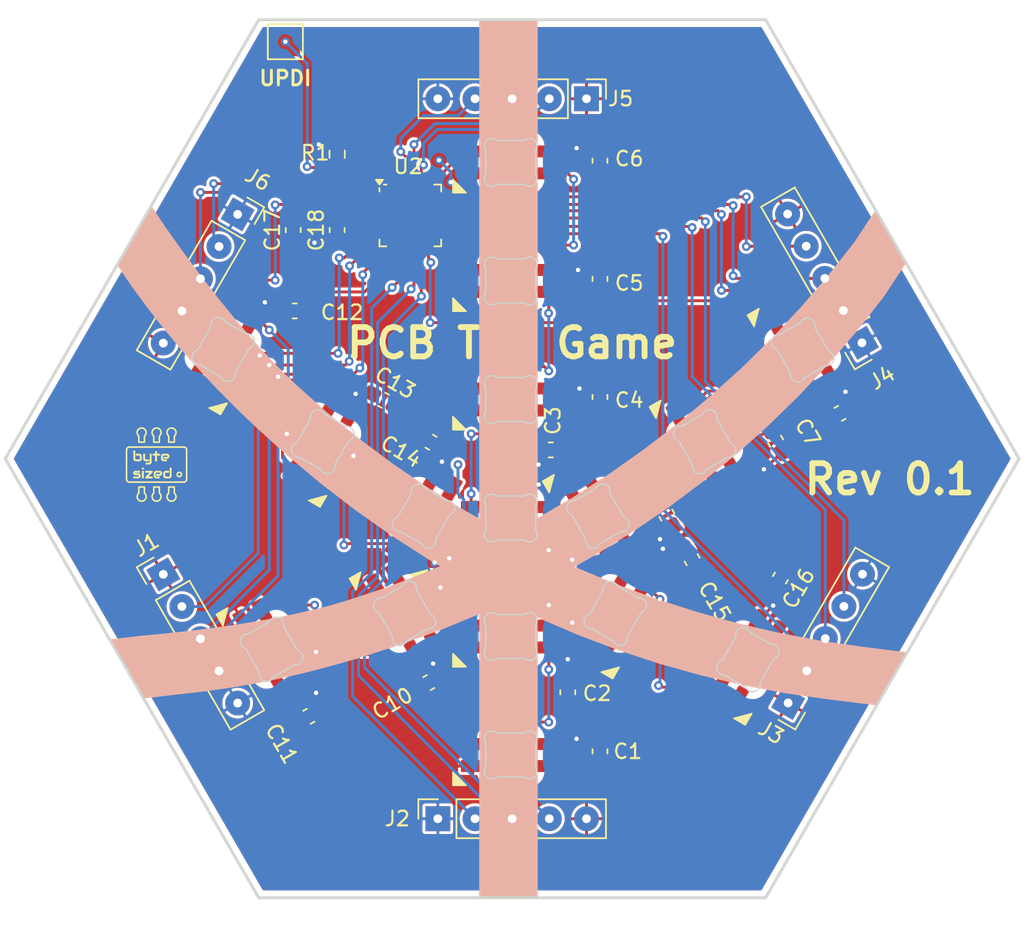
<source format=kicad_pcb>
(kicad_pcb (version 20240108) (generator "pcbnew") (generator_version "8.0")
  (title_block (title "PCB Tile Game") (rev "0.1"))
  (layers (0 "F.Cu" signal) (31 "B.Cu" signal) (34 "B.Paste" user) (35 "F.Paste" user) (36 "B.SilkS" user "B.Silkscreen") (37 "F.SilkS" user "F.Silkscreen") (38 "B.Mask" user) (39 "F.Mask" user) (44 "Edge.Cuts" user))
  (net 0 "")
  (net 1 "GND")
  (net 2 "VCC")
  (net 3 "Net-(LED1-DOUT)")
  (net 4 "Net-(LED2-DOUT)")
  (net 5 "Net-(LED3-DOUT)")
  (net 6 "Net-(LED4-DOUT)")
  (net 7 "Net-(LED5-DOUT)")
  (net 9 "/DATA_J1")
  (net 10 "/TX_J1")
  (net 11 "/RX_J1")
  (net 12 "/TX_J2")
  (net 13 "/DATA_J2")
  (net 14 "/RX_J2")
  (net 15 "/RX_J3")
  (net 16 "/DATA_J3")
  (net 17 "/TX_J3")
  (net 18 "/TX_J4")
  (net 19 "/RX_J4")
  (net 20 "/DATA_J4")
  (net 21 "/UPDI")
  (net 22 "/RX_J5")
  (net 23 "/TX_J5")
  (net 24 "/DATA_J5")
  (net 25 "Net-(LED7-DOUT)")
  (net 26 "Net-(LED8-DOUT)")
  (net 27 "Net-(LED10-DIN)")
  (net 28 "Net-(LED10-DOUT)")
  (net 30 "/DATA_J6")
  (net 31 "/RX_J6")
  (net 32 "/TX_J6")
  (net 33 "/LED_J2-J5")
  (net 34 "Net-(LED12-DOUT)")
  (net 35 "Net-(LED13-DOUT)")
  (net 36 "Net-(LED14-DOUT)")
  (net 37 "Net-(LED15-DOUT)")
  (net 39 "/LED_J3-J6")
  (net 40 "/LED_J1-J4")
  (footprint "Capacitor_SMD:C_0603_1608Metric_Pad1.08x0.95mm_HandSolder" (layer "F.Cu") (at 143.86 95.9625 90)
    (property "Reference" "C2")
    (property "Value" "0.1uF")
  )
  (footprint "Capacitor_SMD:C_0603_1608Metric_Pad1.08x0.95mm_HandSolder" (layer "F.Cu") (at 134.513053 78.868751 -30)
    (property "Reference" "C14")
    (property "Value" "0.1uF")
  )
  (footprint "Capacitor_SMD:C_0603_1608Metric_Pad1.08x0.95mm_HandSolder" (layer "F.Cu") (at 142.6975 79.4 180)
    (property "Reference" "C3")
    (property "Value" "0.1uF")
  )
  (footprint "ProjectLibrary:PinSocket_1x05_P2.54mm_Vertical" (layer "F.Cu") (at 134.98 104.6 90)
    (property "Reference" "J2")
    (property "Value" "Conn_01x05_Socket")
  )
  (footprint "Resistor_SMD:R_0603_1608Metric_Pad0.98x0.95mm_HandSolder" (layer "F.Cu") (at 128.099386 59.1875 -90)
    (property "Reference" "R1")
    (property "Value" "DNP")
  )
  (footprint "Capacitor_SMD:C_0603_1608Metric_Pad1.08x0.95mm_HandSolder" (layer "F.Cu") (at 126.16 97.6 30)
    (property "Reference" "C11")
    (property "Value" "0.1uF")
  )
  (footprint "Capacitor_SMD:C_0603_1608Metric_Pad1.08x0.95mm_HandSolder" (layer "F.Cu") (at 128.099386 64.375 90)
    (property "Reference" "C18")
    (property "Value" "0.1uF")
  )
  (footprint "Capacitor_SMD:C_0603_1608Metric_Pad1.08x0.95mm_HandSolder" (layer "F.Cu") (at 146.06 67.71 90)
    (property "Reference" "C5")
    (property "Value" "0.1uF")
  )
  (footprint "Capacitor_SMD:C_0603_1608Metric_Pad1.08x0.95mm_HandSolder" (layer "F.Cu") (at 150.62875 83.853053 -60)
    (property "Reference" "C9")
    (property "Value" "0.1uF")
  )
  (footprint "Capacitor_SMD:C_0603_1608Metric_Pad1.08x0.95mm_HandSolder" (layer "F.Cu") (at 146.06 59.6375 90)
    (property "Reference" "C6")
    (property "Value" "0.1uF")
  )
  (footprint "ProjectLibrary:PinHeader_1x05_P2.54mm_Vertical" (layer "F.Cu") (at 158.92 96.689409 150)
    (property "Reference" "J3")
    (property "Value" "Conn_01x05_Pin")
  )
  (footprint "Capacitor_SMD:C_0603_1608Metric_Pad1.08x0.95mm_HandSolder" (layer "F.Cu") (at 152.36 86.9 120)
    (property "Reference" "C15")
    (property "Value" "0.1uF")
  )
  (footprint "Capacitor_SMD:C_0603_1608Metric_Pad1.08x0.95mm_HandSolder" (layer "F.Cu") (at 162.46 76.9 30)
    (property "Reference" "C7")
    (property "Value" "0.1uF")
  )
  (footprint "Capacitor_SMD:C_0603_1608Metric_Pad1.08x0.95mm_HandSolder" (layer "F.Cu") (at 158.39125 88.153053 -120)
    (property "Reference" "C16")
    (property "Value" "0.1uF")
  )
  (footprint "Capacitor_SMD:C_0603_1608Metric_Pad1.08x0.95mm_HandSolder" (layer "F.Cu") (at 131.26 76 150)
    (property "Reference" "C13")
    (property "Value" "0.1uF")
  )
  (footprint "ProjectLibrary:PinSocket_1x05_P2.54mm_Vertical" (layer "F.Cu") (at 121.3 63.300591 -30)
    (property "Reference" "J6")
    (property "Value" "Conn_01x05_Socket")
  )
  (footprint "Capacitor_SMD:C_0603_1608Metric_Pad1.08x0.95mm_HandSolder" (layer "F.Cu") (at 158.06 78.8 -60)
    (property "Reference" "C8")
    (property "Value" "0.1uF")
  )
  (footprint "Capacitor_SMD:C_0603_1608Metric_Pad1.08x0.95mm_HandSolder" (layer "F.Cu") (at 146.06 100 90)
    (property "Reference" "C1")
    (property "Value" "0.1uF")
  )
  (footprint "New Logo:byteSizedEngineeringLogo-6mm" (layer "F.Cu") (at 115.76 80.4)
    (property "Reference" "G***" (hide yes))
    (property "Value" "LOGO" (hide yes))
  )
  (footprint "ProjectLibrary:PinSocket_1x05_P2.54mm_Vertical" (layer "F.Cu") (at 163.963349 72.075928 -150)
    (property "Reference" "J4")
    (property "Value" "Conn_01x05_Socket")
  )
  (footprint "Capacitor_SMD:C_0603_1608Metric_Pad1.08x0.95mm_HandSolder" (layer "F.Cu") (at 134.36 95.3 30)
    (property "Reference" "C10")
    (property "Value" "0.1uF")
  )
  (footprint "ProjectLibrary:PinHeader_1x05_P2.54mm_Vertical" (layer "F.Cu") (at 116.22 87.900591 30)
    (property "Reference" "J1")
    (property "Value" "Conn_01x05_Pin")
  )
  (footprint "Capacitor_SMD:C_0603_1608Metric_Pad1.08x0.95mm_HandSolder" (layer "F.Cu") (at 146.06 75.7825 90)
    (property "Reference" "C4")
    (property "Value" "0.1uF")
  )
  (footprint "ProjectLibrary:PinHeader_1x05_P2.54mm_Vertical" (layer "F.Cu") (at 145.14 55.4 -90)
    (property "Reference" "J5")
    (property "Value" "Conn_01x05_Pin")
  )
  (footprint "TestPoint:TestPoint_Pad_2.0x2.0mm" (layer "F.Cu") (at 124.56 51.5)
    (property "Reference" "TP1" (hide yes))
    (property "Value" "TestPoint")
  )
  (footprint "Package_DFN_QFN:QFN-24-1EP_4x4mm_P0.5mm_EP2.6x2.6mm" (layer "F.Cu") (at 133.099386 63.375)
    (property "Reference" "U2")
    (property "Value" "ATtiny3217-M")
  )
  (footprint "Capacitor_SMD:C_0603_1608Metric_Pad1.08x0.95mm_HandSolder" (layer "F.Cu") (at 125.099386 64.375 90)
    (property "Reference" "C17")
    (property "Value" "1uF")
  )
  (footprint "Capacitor_SMD:C_0603_1608Metric_Pad1.08x0.95mm_HandSolder" (layer "F.Cu") (at 125.1975 69.9 180)
    (property "Reference" "C12")
    (property "Value" "0.1uF")
  )
  (footprint "kicad-keyboard-parts:SK6812MINI-E" (layer "B.Cu") (at 139.96 83.761904 180)
    (property "Reference" "LED4" (hide yes))
    (property "Value" "SK6812MINI-E")
    (fp_line (start 1.699999 -0.990938) (end 1.699999 0.414746) (stroke (width 0.1)) (layer "Edge.Cuts"))
    (fp_line (start 0.794453 1.211903) (end -0.794452 1.211903) (stroke (width 0.1)) (layer "Edge.Cuts"))
    (fp_line (start -0.794452 -1.788096) (end 0.794452 -1.788096) (stroke (width 0.1)) (layer "Edge.Cuts"))
    (fp_line (start -1.699999 0.414746) (end -1.699999 -0.990938) (stroke (width 0.1)) (layer "Edge.Cuts"))
    (fp_arc (start 1.749484 0.631624) (mid 1.712509 0.525977) (end 1.699999 0.414747) (stroke (width 0.1)) (layer "Edge.Cuts"))
    (fp_arc (start 1.749484 0.631624) (mid 1.63807 1.215936) (end 1.046711 1.280202) (stroke (width 0.1)) (layer "Edge.Cuts"))
    (fp_arc (start 1.699999 -0.990938) (mid 1.712521 -1.102165) (end 1.749484 -1.207816) (stroke (width 0.1)) (layer "Edge.Cuts"))
    (fp_arc (start 1.046711 -1.856395) (mid 1.63807 -1.792132) (end 1.749484 -1.207815) (stroke (width 0.1)) (layer "Edge.Cuts"))
    (fp_arc (start 1.046711 -1.856395) (mid 0.925123 -1.805472) (end 0.794452 -1.788096) (stroke (width 0.1)) (layer "Edge.Cuts"))
    (fp_arc (start 0.794453 1.211903) (mid 0.925123 1.22928) (end 1.046711 1.280202) (stroke (width 0.1)) (layer "Edge.Cuts"))
    (fp_arc (start -0.794452 -1.788096) (mid -0.925122 -1.805473) (end -1.04671 -1.856395) (stroke (width 0.1)) (layer "Edge.Cuts"))
    (fp_arc (start -1.046711 1.280203) (mid -0.925123 1.229281) (end -0.794453 1.211904) (stroke (width 0.1)) (layer "Edge.Cuts"))
    (fp_arc (start -1.046711 1.280203) (mid -1.638071 1.215939) (end -1.749484 0.631624) (stroke (width 0.1)) (layer "Edge.Cuts"))
    (fp_arc (start -1.699999 0.414746) (mid -1.712527 0.525972) (end -1.749484 0.631624) (stroke (width 0.1)) (layer "Edge.Cuts"))
    (fp_arc (start -1.749484 -1.207816) (mid -1.63807 -1.79213) (end -1.046711 -1.856393) (stroke (width 0.1)) (layer "Edge.Cuts"))
    (fp_arc (start -1.749484 -1.207816) (mid -1.712527 -1.102164) (end -1.699999 -0.990939) (stroke (width 0.1)) (layer "Edge.Cuts"))
  )
  (footprint "kicad-keyboard-parts:SK6812MINI-E" (layer "B.Cu") (at 139.96 75.661904 180)
    (property "Reference" "LED3" (hide yes))
    (property "Value" "SK6812MINI-E")
    (fp_line (start 1.699999 -0.990938) (end 1.699999 0.414746) (stroke (width 0.1)) (layer "Edge.Cuts"))
    (fp_line (start 0.794453 1.211903) (end -0.794452 1.211903) (stroke (width 0.1)) (layer "Edge.Cuts"))
    (fp_line (start -0.794452 -1.788096) (end 0.794452 -1.788096) (stroke (width 0.1)) (layer "Edge.Cuts"))
    (fp_line (start -1.699999 0.414746) (end -1.699999 -0.990938) (stroke (width 0.1)) (layer "Edge.Cuts"))
    (fp_arc (start 1.749484 0.631624) (mid 1.712509 0.525977) (end 1.699999 0.414747) (stroke (width 0.1)) (layer "Edge.Cuts"))
    (fp_arc (start 1.749484 0.631624) (mid 1.63807 1.215936) (end 1.046711 1.280202) (stroke (width 0.1)) (layer "Edge.Cuts"))
    (fp_arc (start 1.699999 -0.990938) (mid 1.712521 -1.102165) (end 1.749484 -1.207816) (stroke (width 0.1)) (layer "Edge.Cuts"))
    (fp_arc (start 1.046711 -1.856395) (mid 1.63807 -1.792132) (end 1.749484 -1.207815) (stroke (width 0.1)) (layer "Edge.Cuts"))
    (fp_arc (start 1.046711 -1.856395) (mid 0.925123 -1.805472) (end 0.794452 -1.788096) (stroke (width 0.1)) (layer "Edge.Cuts"))
    (fp_arc (start 0.794453 1.211903) (mid 0.925123 1.22928) (end 1.046711 1.280202) (stroke (width 0.1)) (layer "Edge.Cuts"))
    (fp_arc (start -0.794452 -1.788096) (mid -0.925122 -1.805473) (end -1.04671 -1.856395) (stroke (width 0.1)) (layer "Edge.Cuts"))
    (fp_arc (start -1.046711 1.280203) (mid -0.925123 1.229281) (end -0.794453 1.211904) (stroke (width 0.1)) (layer "Edge.Cuts"))
    (fp_arc (start -1.046711 1.280203) (mid -1.638071 1.215939) (end -1.749484 0.631624) (stroke (width 0.1)) (layer "Edge.Cuts"))
    (fp_arc (start -1.699999 0.414746) (mid -1.712527 0.525972) (end -1.749484 0.631624) (stroke (width 0.1)) (layer "Edge.Cuts"))
    (fp_arc (start -1.749484 -1.207816) (mid -1.63807 -1.79213) (end -1.046711 -1.856393) (stroke (width 0.1)) (layer "Edge.Cuts"))
    (fp_arc (start -1.749484 -1.207816) (mid -1.712527 -1.102164) (end -1.699999 -0.990939) (stroke (width 0.1)) (layer "Edge.Cuts"))
  )
  (footprint "kicad-keyboard-parts:SK6812MINI-E" (layer "B.Cu") (at 126.860982 78.700001 -120)
    (property "Reference" "LED13" (hide yes))
    (property "Value" "SK6812MINI-E")
    (fp_line (start 0.794453 1.211903) (end -0.794452 1.211903) (stroke (width 0.1)) (layer "Edge.Cuts"))
    (fp_line (start 1.699999 -0.990938) (end 1.699999 0.414746) (stroke (width 0.1)) (layer "Edge.Cuts"))
    (fp_line (start -1.699999 0.414746) (end -1.699999 -0.990938) (stroke (width 0.1)) (layer "Edge.Cuts"))
    (fp_line (start -0.794453 -1.788096) (end 0.794452 -1.788097) (stroke (width 0.1)) (layer "Edge.Cuts"))
    (fp_arc (start 0.794453 1.211903) (mid 0.925123 1.22928) (end 1.046711 1.280202) (stroke (width 0.1)) (layer "Edge.Cuts"))
    (fp_arc (start 1.749484 0.631623) (mid 1.638071 1.215936) (end 1.046711 1.280202) (stroke (width 0.1)) (layer "Edge.Cuts"))
    (fp_arc (start 1.749484 0.631623) (mid 1.712509 0.525976) (end 1.699999 0.414747) (stroke (width 0.1)) (layer "Edge.Cuts"))
    (fp_arc (start -1.046711 1.280203) (mid -0.925123 1.229281) (end -0.794453 1.211904) (stroke (width 0.1)) (layer "Edge.Cuts"))
    (fp_arc (start -1.046711 1.280203) (mid -1.638071 1.215938) (end -1.749485 0.631624) (stroke (width 0.1)) (layer "Edge.Cuts"))
    (fp_arc (start 1.699999 -0.990938) (mid 1.712521 -1.102165) (end 1.749485 -1.207816) (stroke (width 0.1)) (layer "Edge.Cuts"))
    (fp_arc (start -1.699999 0.414746) (mid -1.712527 0.525972) (end -1.749485 0.631624) (stroke (width 0.1)) (layer "Edge.Cuts"))
    (fp_arc (start 1.046711 -1.856395) (mid 1.638071 -1.792133) (end 1.749484 -1.207815) (stroke (width 0.1)) (layer "Edge.Cuts"))
    (fp_arc (start 1.046711 -1.856395) (mid 0.925122 -1.805475) (end 0.794452 -1.788097) (stroke (width 0.1)) (layer "Edge.Cuts"))
    (fp_arc (start -1.749484 -1.207816) (mid -1.712527 -1.102164) (end -1.699999 -0.990939) (stroke (width 0.1)) (layer "Edge.Cuts"))
    (fp_arc (start -1.749484 -1.207816) (mid -1.638071 -1.79213) (end -1.046711 -1.856393) (stroke (width 0.1)) (layer "Edge.Cuts"))
    (fp_arc (start -0.794453 -1.788096) (mid -0.925123 -1.805473) (end -1.04671 -1.856395) (stroke (width 0.1)) (layer "Edge.Cuts"))
  )
  (footprint "kicad-keyboard-parts:SK6812MINI-E" (layer "B.Cu") (at 153.459499 78.7 120)
    (property "Reference" "LED8" (hide yes))
    (property "Value" "SK6812MINI-E")
    (fp_line (start 1.699999 -0.990938) (end 1.699999 0.414746) (stroke (width 0.1)) (layer "Edge.Cuts"))
    (fp_line (start -0.794453 -1.788096) (end 0.794453 -1.788096) (stroke (width 0.1)) (layer "Edge.Cuts"))
    (fp_line (start 0.794452 1.211902) (end -0.794452 1.211903) (stroke (width 0.1)) (layer "Edge.Cuts"))
    (fp_line (start -1.7 0.414746) (end -1.699999 -0.990938) (stroke (width 0.1)) (layer "Edge.Cuts"))
    (fp_arc (start 1.046711 -1.856395) (mid 0.925123 -1.805473) (end 0.794453 -1.788096) (stroke (width 0.1)) (layer "Edge.Cuts"))
    (fp_arc (start 1.046711 -1.856395) (mid 1.63807 -1.792132) (end 1.749484 -1.207815) (stroke (width 0.1)) (layer "Edge.Cuts"))
    (fp_arc (start 1.699999 -0.990938) (mid 1.712521 -1.102166) (end 1.749485 -1.207816) (stroke (width 0.1)) (layer "Edge.Cuts"))
    (fp_arc (start -0.794453 -1.788096) (mid -0.925123 -1.805473) (end -1.04671 -1.856395) (stroke (width 0.1)) (layer "Edge.Cuts"))
    (fp_arc (start 1.749483 0.631624) (mid 1.712555 0.525967) (end 1.7 0.414748) (stroke (width 0.1)) (layer "Edge.Cuts"))
    (fp_arc (start 1.749483 0.631624) (mid 1.63807 1.215935) (end 1.046712 1.280202) (stroke (width 0.1)) (layer "Edge.Cuts"))
    (fp_arc (start -1.749485 -1.207816) (mid -1.63807 -1.792128) (end -1.046712 -1.856392) (stroke (width 0.1)) (layer "Edge.Cuts"))
    (fp_arc (start -1.749485 -1.207816) (mid -1.712523 -1.102165) (end -1.699999 -0.990938) (stroke (width 0.1)) (layer "Edge.Cuts"))
    (fp_arc (start 0.794452 1.211902) (mid 0.925123 1.229282) (end 1.046712 1.280202) (stroke (width 0.1)) (layer "Edge.Cuts"))
    (fp_arc (start -1.7 0.414746) (mid -1.712526 0.525972) (end -1.749484 0.631623) (stroke (width 0.1)) (layer "Edge.Cuts"))
    (fp_arc (start -1.046712 1.280204) (mid -1.63807 1.215937) (end -1.749484 0.631623) (stroke (width 0.1)) (layer "Edge.Cuts"))
    (fp_arc (start -1.046712 1.280204) (mid -0.925123 1.229281) (end -0.794453 1.211904) (stroke (width 0.1)) (layer "Edge.Cuts"))
  )
  (footprint "kicad-keyboard-parts:SK6812MINI-E" (layer "B.Cu") (at 123.859979 92.879286 120)
    (property "Reference" "LED11" (hide yes))
    (property "Value" "SK6812MINI-E")
    (fp_line (start 1.699998 -0.990939) (end 1.7 0.414746) (stroke (width 0.1)) (layer "Edge.Cuts"))
    (fp_line (start -0.794453 -1.788096) (end 0.794452 -1.788094) (stroke (width 0.1)) (layer "Edge.Cuts"))
    (fp_line (start 0.794452 1.211902) (end -0.794452 1.211903) (stroke (width 0.1)) (layer "Edge.Cuts"))
    (fp_line (start -1.7 0.414746) (end -1.699998 -0.990937) (stroke (width 0.1)) (layer "Edge.Cuts"))
    (fp_arc (start 1.04671 -1.856396) (mid 0.925122 -1.805472) (end 0.794452 -1.788094) (stroke (width 0.1)) (layer "Edge.Cuts"))
    (fp_arc (start 1.04671 -1.856396) (mid 1.638075 -1.792131) (end 1.749484 -1.207815) (stroke (width 0.1)) (layer "Edge.Cuts"))
    (fp_arc (start 1.699998 -0.990939) (mid 1.71252 -1.102166) (end 1.749484 -1.207817) (stroke (width 0.1)) (layer "Edge.Cuts"))
    (fp_arc (start -0.794453 -1.788096) (mid -0.925122 -1.805474) (end -1.046709 -1.856394) (stroke (width 0.1)) (layer "Edge.Cuts"))
    (fp_arc (start 1.749486 0.631626) (mid 1.712534 0.525973) (end 1.699999 0.414747) (stroke (width 0.1)) (layer "Edge.Cuts"))
    (fp_arc (start 1.749486 0.631626) (mid 1.63807 1.215937) (end 1.046712 1.280204) (stroke (width 0.1)) (layer "Edge.Cuts"))
    (fp_arc (start -1.749485 -1.207816) (mid -1.63807 -1.792129) (end -1.046711 -1.856393) (stroke (width 0.1)) (layer "Edge.Cuts"))
    (fp_arc (start -1.749485 -1.207816) (mid -1.712527 -1.102164) (end -1.699999 -0.990939) (stroke (width 0.1)) (layer "Edge.Cuts"))
    (fp_arc (start 0.794452 1.211902) (mid 0.925124 1.229278) (end 1.046712 1.280204) (stroke (width 0.1)) (layer "Edge.Cuts"))
    (fp_arc (start -1.7 0.414746) (mid -1.712528 0.525972) (end -1.749484 0.631623) (stroke (width 0.1)) (layer "Edge.Cuts"))
    (fp_arc (start -1.046711 1.280202) (mid -1.638072 1.21594) (end -1.749484 0.631623) (stroke (width 0.1)) (layer "Edge.Cuts"))
    (fp_arc (start -1.046711 1.280202) (mid -0.925123 1.229281) (end -0.794453 1.211904) (stroke (width 0.1)) (layer "Edge.Cuts"))
  )
  (footprint "kicad-keyboard-parts:SK6812MINI-E" (layer "B.Cu") (at 139.96 67.561904 180)
    (property "Reference" "LED2" (hide yes))
    (property "Value" "SK6812MINI-E")
    (fp_line (start 1.699999 -0.990938) (end 1.699999 0.414746) (stroke (width 0.1)) (layer "Edge.Cuts"))
    (fp_line (start 0.794453 1.211903) (end -0.794452 1.211903) (stroke (width 0.1)) (layer "Edge.Cuts"))
    (fp_line (start -0.794452 -1.788096) (end 0.794452 -1.788096) (stroke (width 0.1)) (layer "Edge.Cuts"))
    (fp_line (start -1.699999 0.414746) (end -1.699999 -0.990938) (stroke (width 0.1)) (layer "Edge.Cuts"))
    (fp_arc (start 1.749484 0.631624) (mid 1.712509 0.525977) (end 1.699999 0.414747) (stroke (width 0.1)) (layer "Edge.Cuts"))
    (fp_arc (start 1.749484 0.631624) (mid 1.63807 1.215936) (end 1.046711 1.280202) (stroke (width 0.1)) (layer "Edge.Cuts"))
    (fp_arc (start 1.699999 -0.990938) (mid 1.712521 -1.102165) (end 1.749484 -1.207816) (stroke (width 0.1)) (layer "Edge.Cuts"))
    (fp_arc (start 1.046711 -1.856395) (mid 1.63807 -1.792132) (end 1.749484 -1.207815) (stroke (width 0.1)) (layer "Edge.Cuts"))
    (fp_arc (start 1.046711 -1.856395) (mid 0.925123 -1.805472) (end 0.794452 -1.788096) (stroke (width 0.1)) (layer "Edge.Cuts"))
    (fp_arc (start 0.794453 1.211903) (mid 0.925123 1.22928) (end 1.046711 1.280202) (stroke (width 0.1)) (layer "Edge.Cuts"))
    (fp_arc (start -0.794452 -1.788096) (mid -0.925122 -1.805473) (end -1.04671 -1.856395) (stroke (width 0.1)) (layer "Edge.Cuts"))
    (fp_arc (start -1.046711 1.280203) (mid -0.925123 1.229281) (end -0.794453 1.211904) (stroke (width 0.1)) (layer "Edge.Cuts"))
    (fp_arc (start -1.046711 1.280203) (mid -1.638071 1.215939) (end -1.749484 0.631624) (stroke (width 0.1)) (layer "Edge.Cuts"))
    (fp_arc (start -1.699999 0.414746) (mid -1.712527 0.525972) (end -1.749484 0.631624) (stroke (width 0.1)) (layer "Edge.Cuts"))
    (fp_arc (start -1.749484 -1.207816) (mid -1.63807 -1.79213) (end -1.046711 -1.856393) (stroke (width 0.1)) (layer "Edge.Cuts"))
    (fp_arc (start -1.749484 -1.207816) (mid -1.712527 -1.102164) (end -1.699999 -0.990939) (stroke (width 0.1)) (layer "Edge.Cuts"))
  )
  (footprint "kicad-keyboard-parts:SK6812MINI-E" (layer "B.Cu") (at 139.96 91.861904 180)
    (property "Reference" "LED5" (hide yes))
    (property "Value" "SK6812MINI-E")
    (fp_line (start 1.699999 -0.990938) (end 1.699999 0.414746) (stroke (width 0.1)) (layer "Edge.Cuts"))
    (fp_line (start 0.794453 1.211903) (end -0.794452 1.211903) (stroke (width 0.1)) (layer "Edge.Cuts"))
    (fp_line (start -0.794452 -1.788096) (end 0.794452 -1.788096) (stroke (width 0.1)) (layer "Edge.Cuts"))
    (fp_line (start -1.699999 0.414746) (end -1.699999 -0.990938) (stroke (width 0.1)) (layer "Edge.Cuts"))
    (fp_arc (start 1.749484 0.631624) (mid 1.712509 0.525977) (end 1.699999 0.414747) (stroke (width 0.1)) (layer "Edge.Cuts"))
    (fp_arc (start 1.749484 0.631624) (mid 1.63807 1.215936) (end 1.046711 1.280202) (stroke (width 0.1)) (layer "Edge.Cuts"))
    (fp_arc (start 1.699999 -0.990938) (mid 1.712521 -1.102165) (end 1.749484 -1.207816) (stroke (width 0.1)) (layer "Edge.Cuts"))
    (fp_arc (start 1.046711 -1.856395) (mid 1.63807 -1.792132) (end 1.749484 -1.207815) (stroke (width 0.1)) (layer "Edge.Cuts"))
    (fp_arc (start 1.046711 -1.856395) (mid 0.925123 -1.805472) (end 0.794452 -1.788096) (stroke (width 0.1)) (layer "Edge.Cuts"))
    (fp_arc (start 0.794453 1.211903) (mid 0.925123 1.22928) (end 1.046711 1.280202) (stroke (width 0.1)) (layer "Edge.Cuts"))
    (fp_arc (start -0.794452 -1.788096) (mid -0.925122 -1.805473) (end -1.04671 -1.856395) (stroke (width 0.1)) (layer "Edge.Cuts"))
    (fp_arc (start -1.046711 1.280203) (mid -0.925123 1.229281) (end -0.794453 1.211904) (stroke (width 0.1)) (layer "Edge.Cuts"))
    (fp_arc (start -1.046711 1.280203) (mid -1.638071 1.215939) (end -1.749484 0.631624) (stroke (width 0.1)) (layer "Edge.Cuts"))
    (fp_arc (start -1.699999 0.414746) (mid -1.712527 0.525972) (end -1.749484 0.631624) (stroke (width 0.1)) (layer "Edge.Cuts"))
    (fp_arc (start -1.749484 -1.207816) (mid -1.63807 -1.79213) (end -1.046711 -1.856393) (stroke (width 0.1)) (layer "Edge.Cuts"))
    (fp_arc (start -1.749484 -1.207816) (mid -1.712527 -1.102164) (end -1.699999 -0.990939) (stroke (width 0.1)) (layer "Edge.Cuts"))
  )
  (footprint "kicad-keyboard-parts:SK6812MINI-E" (layer "B.Cu") (at 160.159019 72.429286 120)
    (property "Reference" "LED7" (hide yes))
    (property "Value" "SK6812MINI-E")
    (fp_line (start 1.699999 -0.990938) (end 1.699999 0.414746) (stroke (width 0.1)) (layer "Edge.Cuts"))
    (fp_line (start -0.794452 -1.788097) (end 0.794453 -1.788096) (stroke (width 0.1)) (layer "Edge.Cuts"))
    (fp_line (start 0.794453 1.211903) (end -0.794452 1.211903) (stroke (width 0.1)) (layer "Edge.Cuts"))
    (fp_line (start -1.699999 0.414746) (end -1.699999 -0.990938) (stroke (width 0.1)) (layer "Edge.Cuts"))
    (fp_arc (start 1.046711 -1.856395) (mid 0.925123 -1.805473) (end 0.794453 -1.788096) (stroke (width 0.1)) (layer "Edge.Cuts"))
    (fp_arc (start 1.046711 -1.856395) (mid 1.63807 -1.792132) (end 1.749484 -1.207815) (stroke (width 0.1)) (layer "Edge.Cuts"))
    (fp_arc (start 1.699999 -0.990938) (mid 1.712518 -1.102166) (end 1.749484 -1.207816) (stroke (width 0.1)) (layer "Edge.Cuts"))
    (fp_arc (start -0.794452 -1.788097) (mid -0.925122 -1.805474) (end -1.04671 -1.856395) (stroke (width 0.1)) (layer "Edge.Cuts"))
    (fp_arc (start 1.749485 0.631624) (mid 1.71251 0.525976) (end 1.699999 0.414747) (stroke (width 0.1)) (layer "Edge.Cuts"))
    (fp_arc (start 1.749485 0.631624) (mid 1.63807 1.215937) (end 1.046711 1.280202) (stroke (width 0.1)) (layer "Edge.Cuts"))
    (fp_arc (start -1.749485 -1.207816) (mid -1.63807 -1.792129) (end -1.046711 -1.856393) (stroke (width 0.1)) (layer "Edge.Cuts"))
    (fp_arc (start -1.749485 -1.207816) (mid -1.712527 -1.102164) (end -1.699999 -0.990939) (stroke (width 0.1)) (layer "Edge.Cuts"))
    (fp_arc (start 0.794453 1.211903) (mid 0.925123 1.22928) (end 1.046711 1.280202) (stroke (width 0.1)) (layer "Edge.Cuts"))
    (fp_arc (start -1.699999 0.414746) (mid -1.712527 0.525971) (end -1.749484 0.631623) (stroke (width 0.1)) (layer "Edge.Cuts"))
    (fp_arc (start -1.046711 1.280203) (mid -1.638071 1.215938) (end -1.749484 0.631623) (stroke (width 0.1)) (layer "Edge.Cuts"))
    (fp_arc (start -1.046711 1.280203) (mid -0.925123 1.229281) (end -0.794453 1.211904) (stroke (width 0.1)) (layer "Edge.Cuts"))
  )
  (footprint "kicad-keyboard-parts:SK6812MINI-E" (layer "B.Cu") (at 139.96 59.461904 180)
    (property "Reference" "LED1" (hide yes))
    (property "Value" "SK6812MINI-E")
    (fp_line (start 1.699999 -0.990938) (end 1.699999 0.414746) (stroke (width 0.1)) (layer "Edge.Cuts"))
    (fp_line (start 0.794453 1.211903) (end -0.794452 1.211903) (stroke (width 0.1)) (layer "Edge.Cuts"))
    (fp_line (start -0.794452 -1.788096) (end 0.794452 -1.788096) (stroke (width 0.1)) (layer "Edge.Cuts"))
    (fp_line (start -1.699999 0.414746) (end -1.699999 -0.990938) (stroke (width 0.1)) (layer "Edge.Cuts"))
    (fp_arc (start 1.749484 0.631624) (mid 1.712509 0.525977) (end 1.699999 0.414747) (stroke (width 0.1)) (layer "Edge.Cuts"))
    (fp_arc (start 1.749484 0.631624) (mid 1.63807 1.215936) (end 1.046711 1.280202) (stroke (width 0.1)) (layer "Edge.Cuts"))
    (fp_arc (start 1.699999 -0.990938) (mid 1.712519 -1.102166) (end 1.749484 -1.207816) (stroke (width 0.1)) (layer "Edge.Cuts"))
    (fp_arc (start 1.046711 -1.856395) (mid 1.638074 -1.79213) (end 1.749484 -1.207815) (stroke (width 0.1)) (layer "Edge.Cuts"))
    (fp_arc (start 1.046711 -1.856395) (mid 0.925123 -1.805473) (end 0.794452 -1.788096) (stroke (width 0.1)) (layer "Edge.Cuts"))
    (fp_arc (start 0.794453 1.211903) (mid 0.925123 1.22928) (end 1.046711 1.280202) (stroke (width 0.1)) (layer "Edge.Cuts"))
    (fp_arc (start -0.794452 -1.788096) (mid -0.925122 -1.805473) (end -1.04671 -1.856395) (stroke (width 0.1)) (layer "Edge.Cuts"))
    (fp_arc (start -1.046711 1.280203) (mid -0.925123 1.229281) (end -0.794453 1.211904) (stroke (width 0.1)) (layer "Edge.Cuts"))
    (fp_arc (start -1.046711 1.280203) (mid -1.638071 1.215939) (end -1.749484 0.631624) (stroke (width 0.1)) (layer "Edge.Cuts"))
    (fp_arc (start -1.699999 0.414746) (mid -1.712527 0.525972) (end -1.749484 0.631624) (stroke (width 0.1)) (layer "Edge.Cuts"))
    (fp_arc (start -1.749484 -1.207816) (mid -1.63807 -1.79213) (end -1.046711 -1.856393) (stroke (width 0.1)) (layer "Edge.Cuts"))
    (fp_arc (start -1.749484 -1.207816) (mid -1.712527 -1.102164) (end -1.699999 -0.990939) (stroke (width 0.1)) (layer "Edge.Cuts"))
  )
  (footprint "kicad-keyboard-parts:SK6812MINI-E" (layer "B.Cu") (at 155.919761 93.590177 -120)
    (property "Reference" "LED16" (hide yes))
    (property "Value" "SK6812MINI-E")
    (fp_line (start 0.794453 1.211903) (end -0.794452 1.211903) (stroke (width 0.1)) (layer "Edge.Cuts"))
    (fp_line (start 1.699999 -0.990938) (end 1.699999 0.414746) (stroke (width 0.1)) (layer "Edge.Cuts"))
    (fp_line (start -1.699999 0.414746) (end -1.699999 -0.990938) (stroke (width 0.1)) (layer "Edge.Cuts"))
    (fp_line (start -0.794453 -1.788096) (end 0.794452 -1.788097) (stroke (width 0.1)) (layer "Edge.Cuts"))
    (fp_arc (start 0.794453 1.211903) (mid 0.925123 1.22928) (end 1.046711 1.280202) (stroke (width 0.1)) (layer "Edge.Cuts"))
    (fp_arc (start 1.749484 0.631623) (mid 1.638071 1.215936) (end 1.046711 1.280202) (stroke (width 0.1)) (layer "Edge.Cuts"))
    (fp_arc (start 1.749484 0.631623) (mid 1.712509 0.525976) (end 1.699999 0.414747) (stroke (width 0.1)) (layer "Edge.Cuts"))
    (fp_arc (start -1.046711 1.280203) (mid -0.925123 1.229281) (end -0.794453 1.211904) (stroke (width 0.1)) (layer "Edge.Cuts"))
    (fp_arc (start -1.046711 1.280203) (mid -1.638071 1.215938) (end -1.749485 0.631624) (stroke (width 0.1)) (layer "Edge.Cuts"))
    (fp_arc (start 1.699999 -0.990938) (mid 1.712521 -1.102165) (end 1.749485 -1.207816) (stroke (width 0.1)) (layer "Edge.Cuts"))
    (fp_arc (start -1.699999 0.414746) (mid -1.712527 0.525972) (end -1.749485 0.631624) (stroke (width 0.1)) (layer "Edge.Cuts"))
    (fp_arc (start 1.046711 -1.856395) (mid 1.638071 -1.792133) (end 1.749484 -1.207815) (stroke (width 0.1)) (layer "Edge.Cuts"))
    (fp_arc (start 1.046711 -1.856395) (mid 0.925122 -1.805475) (end 0.794452 -1.788097) (stroke (width 0.1)) (layer "Edge.Cuts"))
    (fp_arc (start -1.749484 -1.207816) (mid -1.712527 -1.102164) (end -1.699999 -0.990939) (stroke (width 0.1)) (layer "Edge.Cuts"))
    (fp_arc (start -1.749484 -1.207816) (mid -1.638071 -1.79213) (end -1.046711 -1.856393) (stroke (width 0.1)) (layer "Edge.Cuts"))
    (fp_arc (start -0.794453 -1.788096) (mid -0.925123 -1.805473) (end -1.04671 -1.856395) (stroke (width 0.1)) (layer "Edge.Cuts"))
  )
  (footprint "kicad-keyboard-parts:SK6812MINI-E" (layer "B.Cu") (at 146.860021 90.429285 -120)
    (property "Reference" "LED15" (hide yes))
    (property "Value" "SK6812MINI-E")
    (fp_line (start 0.794453 1.211903) (end -0.794452 1.211903) (stroke (width 0.1)) (layer "Edge.Cuts"))
    (fp_line (start 1.699999 -0.990938) (end 1.699999 0.414746) (stroke (width 0.1)) (layer "Edge.Cuts"))
    (fp_line (start -1.699999 0.414746) (end -1.699999 -0.990938) (stroke (width 0.1)) (layer "Edge.Cuts"))
    (fp_line (start -0.794453 -1.788096) (end 0.794452 -1.788097) (stroke (width 0.1)) (layer "Edge.Cuts"))
    (fp_arc (start 0.794453 1.211903) (mid 0.925123 1.22928) (end 1.046711 1.280202) (stroke (width 0.1)) (layer "Edge.Cuts"))
    (fp_arc (start 1.749484 0.631623) (mid 1.638071 1.215936) (end 1.046711 1.280202) (stroke (width 0.1)) (layer "Edge.Cuts"))
    (fp_arc (start 1.749484 0.631623) (mid 1.712509 0.525976) (end 1.699999 0.414747) (stroke (width 0.1)) (layer "Edge.Cuts"))
    (fp_arc (start -1.046711 1.280203) (mid -0.925123 1.229281) (end -0.794453 1.211904) (stroke (width 0.1)) (layer "Edge.Cuts"))
    (fp_arc (start -1.046711 1.280203) (mid -1.638071 1.215938) (end -1.749485 0.631624) (stroke (width 0.1)) (layer "Edge.Cuts"))
    (fp_arc (start 1.699999 -0.990938) (mid 1.712521 -1.102165) (end 1.749485 -1.207816) (stroke (width 0.1)) (layer "Edge.Cuts"))
    (fp_arc (start -1.699999 0.414746) (mid -1.712527 0.525972) (end -1.749485 0.631624) (stroke (width 0.1)) (layer "Edge.Cuts"))
    (fp_arc (start 1.046711 -1.856395) (mid 1.638071 -1.792133) (end 1.749484 -1.207815) (stroke (width 0.1)) (layer "Edge.Cuts"))
    (fp_arc (start 1.046711 -1.856395) (mid 0.925122 -1.805475) (end 0.794452 -1.788097) (stroke (width 0.1)) (layer "Edge.Cuts"))
    (fp_arc (start -1.749484 -1.207816) (mid -1.712527 -1.102164) (end -1.699999 -0.990939) (stroke (width 0.1)) (layer "Edge.Cuts"))
    (fp_arc (start -1.749484 -1.207816) (mid -1.638071 -1.79213) (end -1.046711 -1.856393) (stroke (width 0.1)) (layer "Edge.Cuts"))
    (fp_arc (start -0.794453 -1.788096) (mid -0.925123 -1.805473) (end -1.04671 -1.856395) (stroke (width 0.1)) (layer "Edge.Cuts"))
  )
  (footprint "kicad-keyboard-parts:SK6812MINI-E" (layer "B.Cu") (at 146.159979 83.779286 120)
    (property "Reference" "LED9" (hide yes))
    (property "Value" "SK6812MINI-E")
    (fp_line (start 1.699999 -0.990938) (end 1.699999 0.414746) (stroke (width 0.1)) (layer "Edge.Cuts"))
    (fp_line (start -0.794452 -1.788097) (end 0.794453 -1.788096) (stroke (width 0.1)) (layer "Edge.Cuts"))
    (fp_line (start 0.794453 1.211903) (end -0.794452 1.211903) (stroke (width 0.1)) (layer "Edge.Cuts"))
    (fp_line (start -1.699999 0.414746) (end -1.699999 -0.990938) (stroke (width 0.1)) (layer "Edge.Cuts"))
    (fp_arc (start 1.046711 -1.856395) (mid 0.925123 -1.805473) (end 0.794453 -1.788096) (stroke (width 0.1)) (layer "Edge.Cuts"))
    (fp_arc (start 1.046711 -1.856395) (mid 1.638074 -1.79213) (end 1.749484 -1.207815) (stroke (width 0.1)) (layer "Edge.Cuts"))
    (fp_arc (start 1.699999 -0.990938) (mid 1.712518 -1.102166) (end 1.749484 -1.207816) (stroke (width 0.1)) (layer "Edge.Cuts"))
    (fp_arc (start -0.794452 -1.788097) (mid -0.925122 -1.805474) (end -1.04671 -1.856395) (stroke (width 0.1)) (layer "Edge.Cuts"))
    (fp_arc (start 1.749485 0.631624) (mid 1.71251 0.525976) (end 1.699999 0.414747) (stroke (width 0.1)) (layer "Edge.Cuts"))
    (fp_arc (start 1.749485 0.631624) (mid 1.63807 1.215937) (end 1.046711 1.280202) (stroke (width 0.1)) (layer "Edge.Cuts"))
    (fp_arc (start -1.749485 -1.207816) (mid -1.63807 -1.792129) (end -1.046711 -1.856393) (stroke (width 0.1)) (layer "Edge.Cuts"))
    (fp_arc (start -1.749485 -1.207816) (mid -1.712527 -1.102164) (end -1.699999 -0.990939) (stroke (width 0.1)) (layer "Edge.Cuts"))
    (fp_arc (start 0.794453 1.211903) (mid 0.925123 1.22928) (end 1.046711 1.280202) (stroke (width 0.1)) (layer "Edge.Cuts"))
    (fp_arc (start -1.699999 0.414746) (mid -1.712527 0.525971) (end -1.749484 0.631623) (stroke (width 0.1)) (layer "Edge.Cuts"))
    (fp_arc (start -1.046711 1.280203) (mid -1.638072 1.215938) (end -1.749484 0.631623) (stroke (width 0.1)) (layer "Edge.Cuts"))
    (fp_arc (start -1.046711 1.280203) (mid -0.925123 1.229281) (end -0.794453 1.211904) (stroke (width 0.1)) (layer "Edge.Cuts"))
  )
  (footprint "kicad-keyboard-parts:SK6812MINI-E" (layer "B.Cu") (at 120.060021 72.379286 -120)
    (property "Reference" "LED12" (hide yes))
    (property "Value" "SK6812MINI-E")
    (fp_line (start 0.794453 1.211903) (end -0.794452 1.211903) (stroke (width 0.1)) (layer "Edge.Cuts"))
    (fp_line (start 1.699999 -0.990938) (end 1.699999 0.414746) (stroke (width 0.1)) (layer "Edge.Cuts"))
    (fp_line (start -1.699999 0.414746) (end -1.699999 -0.990938) (stroke (width 0.1)) (layer "Edge.Cuts"))
    (fp_line (start -0.794453 -1.788096) (end 0.794452 -1.788097) (stroke (width 0.1)) (layer "Edge.Cuts"))
    (fp_arc (start 0.794453 1.211903) (mid 0.925123 1.22928) (end 1.046711 1.280202) (stroke (width 0.1)) (layer "Edge.Cuts"))
    (fp_arc (start 1.749484 0.631623) (mid 1.638071 1.215936) (end 1.046711 1.280202) (stroke (width 0.1)) (layer "Edge.Cuts"))
    (fp_arc (start 1.749484 0.631623) (mid 1.712509 0.525976) (end 1.699999 0.414747) (stroke (width 0.1)) (layer "Edge.Cuts"))
    (fp_arc (start -1.046711 1.280203) (mid -0.925123 1.229281) (end -0.794453 1.211904) (stroke (width 0.1)) (layer "Edge.Cuts"))
    (fp_arc (start -1.046711 1.280203) (mid -1.638072 1.215939) (end -1.749485 0.631624) (stroke (width 0.1)) (layer "Edge.Cuts"))
    (fp_arc (start 1.699999 -0.990938) (mid 1.712521 -1.102165) (end 1.749485 -1.207816) (stroke (width 0.1)) (layer "Edge.Cuts"))
    (fp_arc (start -1.699999 0.414746) (mid -1.712525 0.525972) (end -1.749485 0.631624) (stroke (width 0.1)) (layer "Edge.Cuts"))
    (fp_arc (start 1.046711 -1.856395) (mid 1.638071 -1.792133) (end 1.749484 -1.207815) (stroke (width 0.1)) (layer "Edge.Cuts"))
    (fp_arc (start 1.046711 -1.856395) (mid 0.925124 -1.805471) (end 0.794452 -1.788097) (stroke (width 0.1)) (layer "Edge.Cuts"))
    (fp_arc (start -1.749485 -1.207816) (mid -1.712526 -1.102165) (end -1.699999 -0.990939) (stroke (width 0.1)) (layer "Edge.Cuts"))
    (fp_arc (start -1.749485 -1.207816) (mid -1.638069 -1.792129) (end -1.046711 -1.856393) (stroke (width 0.1)) (layer "Edge.Cuts"))
    (fp_arc (start -0.794453 -1.788096) (mid -0.925123 -1.805473) (end -1.04671 -1.856395) (stroke (width 0.1)) (layer "Edge.Cuts"))
  )
  (footprint "kicad-keyboard-parts:SK6812MINI-E" (layer "B.Cu") (at 139.96 99.961904 180)
    (property "Reference" "LED6" (hide yes))
    (property "Value" "SK6812MINI-E")
    (fp_line (start 1.699999 -0.990938) (end 1.699999 0.414746) (stroke (width 0.1)) (layer "Edge.Cuts"))
    (fp_line (start 0.794453 1.211903) (end -0.794452 1.211903) (stroke (width 0.1)) (layer "Edge.Cuts"))
    (fp_line (start -0.794452 -1.788096) (end 0.794452 -1.788096) (stroke (width 0.1)) (layer "Edge.Cuts"))
    (fp_line (start -1.699999 0.414746) (end -1.699999 -0.990938) (stroke (width 0.1)) (layer "Edge.Cuts"))
    (fp_arc (start 1.749484 0.631624) (mid 1.712509 0.525977) (end 1.699999 0.414747) (stroke (width 0.1)) (layer "Edge.Cuts"))
    (fp_arc (start 1.749484 0.631624) (mid 1.63807 1.215936) (end 1.046711 1.280202) (stroke (width 0.1)) (layer "Edge.Cuts"))
    (fp_arc (start 1.699999 -0.990938) (mid 1.712519 -1.102166) (end 1.749484 -1.207816) (stroke (width 0.1)) (layer "Edge.Cuts"))
    (fp_arc (start 1.046711 -1.856395) (mid 1.638074 -1.79213) (end 1.749484 -1.207815) (stroke (width 0.1)) (layer "Edge.Cuts"))
    (fp_arc (start 1.046711 -1.856395) (mid 0.925123 -1.805473) (end 0.794452 -1.788096) (stroke (width 0.1)) (layer "Edge.Cuts"))
    (fp_arc (start 0.794453 1.211903) (mid 0.925123 1.22928) (end 1.046711 1.280202) (stroke (width 0.1)) (layer "Edge.Cuts"))
    (fp_arc (start -0.794452 -1.788096) (mid -0.925122 -1.805473) (end -1.04671 -1.856395) (stroke (width 0.1)) (layer "Edge.Cuts"))
    (fp_arc (start -1.046711 1.280203) (mid -0.925123 1.229281) (end -0.794453 1.211904) (stroke (width 0.1)) (layer "Edge.Cuts"))
    (fp_arc (start -1.046711 1.280203) (mid -1.638071 1.215939) (end -1.749484 0.631624) (stroke (width 0.1)) (layer "Edge.Cuts"))
    (fp_arc (start -1.699999 0.414746) (mid -1.712527 0.525972) (end -1.749484 0.631624) (stroke (width 0.1)) (layer "Edge.Cuts"))
    (fp_arc (start -1.749484 -1.207816) (mid -1.63807 -1.79213) (end -1.046711 -1.856393) (stroke (width 0.1)) (layer "Edge.Cuts"))
    (fp_arc (start -1.749484 -1.207816) (mid -1.712527 -1.102164) (end -1.699999 -0.990939) (stroke (width 0.1)) (layer "Edge.Cuts"))
  )
  (footprint "kicad-keyboard-parts:SK6812MINI-E" (layer "B.Cu") (at 132.959018 90.429286 120)
    (property "Reference" "LED10" (hide yes))
    (property "Value" "SK6812MINI-E")
    (fp_line (start 1.699999 -0.990938) (end 1.699999 0.414746) (stroke (width 0.1)) (layer "Edge.Cuts"))
    (fp_line (start -0.794452 -1.788097) (end 0.794453 -1.788096) (stroke (width 0.1)) (layer "Edge.Cuts"))
    (fp_line (start 0.794453 1.211903) (end -0.794452 1.211903) (stroke (width 0.1)) (layer "Edge.Cuts"))
    (fp_line (start -1.699999 0.414746) (end -1.699999 -0.990938) (stroke (width 0.1)) (layer "Edge.Cuts"))
    (fp_arc (start 1.046711 -1.856395) (mid 0.925123 -1.805473) (end 0.794453 -1.788096) (stroke (width 0.1)) (layer "Edge.Cuts"))
    (fp_arc (start 1.046711 -1.856395) (mid 1.638074 -1.79213) (end 1.749484 -1.207815) (stroke (width 0.1)) (layer "Edge.Cuts"))
    (fp_arc (start 1.699999 -0.990938) (mid 1.712518 -1.102166) (end 1.749484 -1.207816) (stroke (width 0.1)) (layer "Edge.Cuts"))
    (fp_arc (start -0.794452 -1.788097) (mid -0.925122 -1.805474) (end -1.04671 -1.856395) (stroke (width 0.1)) (layer "Edge.Cuts"))
    (fp_arc (start 1.749485 0.631624) (mid 1.71251 0.525976) (end 1.699999 0.414747) (stroke (width 0.1)) (layer "Edge.Cuts"))
    (fp_arc (start 1.749485 0.631624) (mid 1.63807 1.215937) (end 1.046711 1.280202) (stroke (width 0.1)) (layer "Edge.Cuts"))
    (fp_arc (start -1.749485 -1.207816) (mid -1.63807 -1.792129) (end -1.046711 -1.856393) (stroke (width 0.1)) (layer "Edge.Cuts"))
    (fp_arc (start -1.749485 -1.207816) (mid -1.712527 -1.102164) (end -1.699999 -0.990939) (stroke (width 0.1)) (layer "Edge.Cuts"))
    (fp_arc (start 0.794453 1.211903) (mid 0.925123 1.22928) (end 1.046711 1.280202) (stroke (width 0.1)) (layer "Edge.Cuts"))
    (fp_arc (start -1.699999 0.414746) (mid -1.712527 0.525971) (end -1.749484 0.631623) (stroke (width 0.1)) (layer "Edge.Cuts"))
    (fp_arc (start -1.046711 1.280203) (mid -1.638072 1.215938) (end -1.749484 0.631623) (stroke (width 0.1)) (layer "Edge.Cuts"))
    (fp_arc (start -1.046711 1.280203) (mid -0.925123 1.229281) (end -0.794453 1.211904) (stroke (width 0.1)) (layer "Edge.Cuts"))
  )
  (footprint "kicad-keyboard-parts:SK6812MINI-E" (layer "B.Cu") (at 133.760021 83.779285 -120)
    (property "Reference" "LED14" (hide yes))
    (property "Value" "SK6812MINI-E")
    (fp_line (start 0.794453 1.211903) (end -0.794452 1.211903) (stroke (width 0.1)) (layer "Edge.Cuts"))
    (fp_line (start 1.699999 -0.990938) (end 1.699999 0.414746) (stroke (width 0.1)) (layer "Edge.Cuts"))
    (fp_line (start -1.699999 0.414746) (end -1.699999 -0.990938) (stroke (width 0.1)) (layer "Edge.Cuts"))
    (fp_line (start -0.794453 -1.788096) (end 0.794452 -1.788097) (stroke (width 0.1)) (layer "Edge.Cuts"))
    (fp_arc (start 0.794453 1.211903) (mid 0.925123 1.22928) (end 1.046711 1.280202) (stroke (width 0.1)) (layer "Edge.Cuts"))
    (fp_arc (start 1.749484 0.631623) (mid 1.638071 1.215936) (end 1.046711 1.280202) (stroke (width 0.1)) (layer "Edge.Cuts"))
    (fp_arc (start 1.749484 0.631623) (mid 1.712509 0.525976) (end 1.699999 0.414747) (stroke (width 0.1)) (layer "Edge.Cuts"))
    (fp_arc (start -1.046711 1.280203) (mid -0.925123 1.229281) (end -0.794453 1.211904) (stroke (width 0.1)) (layer "Edge.Cuts"))
    (fp_arc (start -1.046711 1.280203) (mid -1.638071 1.215938) (end -1.749485 0.631624) (stroke (width 0.1)) (layer "Edge.Cuts"))
    (fp_arc (start 1.699999 -0.990938) (mid 1.712521 -1.102165) (end 1.749485 -1.207816) (stroke (width 0.1)) (layer "Edge.Cuts"))
    (fp_arc (start -1.699999 0.414746) (mid -1.712527 0.525972) (end -1.749485 0.631624) (stroke (width 0.1)) (layer "Edge.Cuts"))
    (fp_arc (start 1.046711 -1.856395) (mid 1.638071 -1.792133) (end 1.749484 -1.207815) (stroke (width 0.1)) (layer "Edge.Cuts"))
    (fp_arc (start 1.046711 -1.856395) (mid 0.925122 -1.805475) (end 0.794452 -1.788097) (stroke (width 0.1)) (layer "Edge.Cuts"))
    (fp_arc (start -1.749484 -1.207816) (mid -1.712527 -1.102164) (end -1.699999 -0.990939) (stroke (width 0.1)) (layer "Edge.Cuts"))
    (fp_arc (start -1.749484 -1.207816) (mid -1.638071 -1.79213) (end -1.046711 -1.856393) (stroke (width 0.1)) (layer "Edge.Cuts"))
    (fp_arc (start -0.794453 -1.788096) (mid -0.925123 -1.805473) (end -1.04671 -1.856395) (stroke (width 0.1)) (layer "Edge.Cuts"))
  )
  (gr_poly (pts (xy 161.703691 96.45009) (xy 158.759241 96.029727) (xy 155.854054 95.484109) (xy 152.989998 94.815035) (xy 150.168939 94.024308) (xy 147.392744 93.113729) (xy 144.663279 92.0851) (xy 141.982411 90.940221) (xy 139.352008 89.680894) (xy 136.773935 88.30892) (xy 134.25006 86.826101) (xy 131.782249 85.234239) (xy 129.37237 83.535133) (xy 127.022288 81.730587) (xy 124.733871 79.822401) (xy 122.508985 77.812376) (xy 121.128651 76.484737) (xy 119.82455 75.165517) (xy 118.584864 73.840311) (xy 117.397777 72.494714) (xy 116.251469 71.114321) (xy 115.134123 69.684729) (xy 114.033922 68.191532) (xy 113.039047 66.720325) (xy 115.402698 62.726085) (xy 116.374961 64.181887) (xy 117.51669 65.784467) (xy 118.717554 67.40729) (xy 119.967221 69.023824) (xy 121.255357 70.607532) (xy 122.571632 72.131881) (xy 123.237092 72.863504) (xy 123.905713 73.570337) (xy 124.576201 74.249062) (xy 125.247267 74.896364) (xy 127.362615 76.793493) (xy 129.575049 78.602953) (xy 131.877487 80.321874) (xy 134.262848 81.947385) (xy 136.724051 83.476616) (xy 139.254014 84.906695) (xy 141.845657 86.234752) (xy 144.491897 87.457917) (xy 147.185654 88.573318) (xy 149.919846 89.578086) (xy 152.687392 90.469348) (xy 155.481211 91.244235) (xy 158.294221 91.899876) (xy 161.119341 92.4334) (xy 163.94949 92.841936) (xy 166.977586 93.222614) (xy 164.885537 96.843395)) (stroke (width -0.000001)) (fill solid) (layer "B.SilkS"))
  (gr_poly (pts (xy 112.64309 92.334484) (xy 114.826585 92.083775) (xy 116.785323 91.896296) (xy 118.791161 91.667727) (xy 120.815952 91.39375) (xy 122.831551 91.070045) (xy 124.809812 90.692293) (xy 126.722591 90.256175) (xy 127.645629 90.014879) (xy 128.541742 89.757372) (xy 131.242377 88.873991) (xy 133.915632 87.862697) (xy 136.555481 86.728188) (xy 139.155895 85.47516) (xy 141.710849 84.108311) (xy 144.214316 82.632338) (xy 146.660269 81.051938) (xy 149.042681 79.371809) (xy 151.355526 77.596647) (xy 153.592776 75.731151) (xy 155.748405 73.780016) (xy 157.816387 71.747941) (xy 159.790694 69.639623) (xy 161.665299 67.459758) (xy 163.434177 65.213045) (xy 164.891299 63.00418) (xy 166.980952 66.626335) (xy 165.43602 68.962038) (xy 163.599752 71.301825) (xy 161.67464 73.544981) (xy 159.663178 75.69079) (xy 157.56786 77.738535) (xy 155.391178 79.687501) (xy 153.135627 81.536972) (xy 150.803699 83.286231) (xy 148.397889 84.934564) (xy 145.920689 86.481253) (xy 143.374593 87.925584) (xy 140.762094 89.266839) (xy 138.085687 90.504304) (xy 135.347863 91.637262) (xy 132.551117 92.664997) (xy 129.697943 93.586794) (xy 127.858007 94.118378) (xy 126.063477 94.588152) (xy 124.295971 94.999148) (xy 122.537105 95.354397) (xy 120.768495 95.656932) (xy 118.971758 95.909785) (xy 117.12851 96.115988) (xy 114.920369 96.378574)) (stroke (width -0.000001)) (fill solid) (layer "B.SilkS"))
  (gr_poly (pts (xy 137.927477 50.119734) (xy 141.688017 50.119734) (xy 141.688017 109.880265) (xy 137.927477 109.880265)) (stroke (width 0.239466)) (fill solid) (layer "B.SilkS"))
  (gr_line (start 122.739492 110) (end 157.380508 110) (stroke (width 0.2)) (layer "Edge.Cuts"))
  (gr_line (start 157.380508 110) (end 174.701016 80) (stroke (width 0.2)) (layer "Edge.Cuts"))
  (gr_line (start 174.701016 80) (end 157.380508 50) (stroke (width 0.2)) (layer "Edge.Cuts"))
  (gr_line (start 122.739492 50) (end 105.418984 80) (stroke (width 0.2)) (layer "Edge.Cuts"))
  (gr_line (start 105.418984 80) (end 122.739492 110) (stroke (width 0.2)) (layer "Edge.Cuts"))
  (gr_line (start 157.380508 50) (end 122.739492 50) (stroke (width 0.2)) (layer "Edge.Cuts"))
  (gr_text "Rev ${REVISION}" (at 165.86 81.4 0) (layer "F.SilkS") (effects (font (size 2 2) (thickness 0.4) (bold yes))))
  (gr_text "UPDI" (at 124.56 54 0) (layer "F.SilkS") (effects (font (size 1 1) (thickness 0.2))))
  (gr_text "${TITLE}" (at 140.06 72.1 0) (layer "F.SilkS") (effects (font (size 2 2) (thickness 0.4) (bold yes))))
  (segment (start 128.486886 63.125) (end 128.099386 63.5125) (width 0.2) (layer "F.Cu") (net 1))
  (segment (start 128.099386 63.5125) (end 125.099386 63.5125) (width 0.2) (layer "F.Cu") (net 1))
  (segment (start 133.90904 87.1) (end 134.76 87.1) (width 0.2) (layer "F.Cu") (net 1))
  (segment (start 128.099386 63.5125) (end 129.161886 63.5125) (width 0.2) (layer "F.Cu") (net 1))
  (segment (start 133.359039 86.549999) (end 133.90904 87.1) (width 0.2) (layer "F.Cu") (net 1))
  (segment (start 129.849386 63.125) (end 129.549386 63.125) (width 0.2) (layer "F.Cu") (net 1))
  (segment (start 129.549386 63.125) (end 129.249386 63.425) (width 0.2) (layer "F.Cu") (net 1))
  (segment (start 131.161886 63.125) (end 129.849386 63.125) (width 0.2) (layer "F.Cu") (net 1))
  (segment (start 129.161886 63.5125) (end 129.249386 63.425) (width 0.2) (layer "F.Cu") (net 1))
  (via (at 134.76 87.1) (size 0.6) (drill 0.3) (layers "F.Cu" "B.Cu") (net 1))
  (via (at 135.06 59.6) (size 0.6) (drill 0.3) (layers "F.Cu" "B.Cu") (net 1))
  (via (at 135.16 88.8) (size 0.6) (drill 0.3) (layers "F.Cu" "B.Cu") (net 1))
  (via (at 135.86 61.1) (size 0.6) (drill 0.3) (layers "F.Cu" "B.Cu") (net 1))
  (segment (start 134.76 87.1) (end 134.76 88.4) (width 0.2) (layer "B.Cu") (net 1))
  (segment (start 134.76 88.4) (end 135.16 88.8) (width 0.2) (layer "B.Cu") (net 1))
  (segment (start 135.86 60.4) (end 135.06 59.6) (width 0.2) (layer "B.Cu") (net 1))
  (segment (start 135.86 61.1) (end 135.86 60.4) (width 0.2) (layer "B.Cu") (net 1))
  (segment (start 142.56 82.45325) (end 142.56 83.3) (width 0.2) (layer "F.Cu") (net 2))
  (segment (start 135.26 80.696667) (end 135.26 80.2) (width 0.2) (layer "F.Cu") (net 2))
  (segment (start 141.835 80.375) (end 141.86 80.4) (width 0.2) (layer "F.Cu") (net 2))
  (segment (start 149.553614 86.153053) (end 147.76 87.946667) (width 0.2) (layer "F.Cu") (net 2))
  (segment (start 143.86 93.7) (end 143.86 95.1) (width 0.2) (layer "F.Cu") (net 2))
  (segment (start 134.659039 92.45) (end 134.659039 94) (width 0.2) (layer "F.Cu") (net 2))
  (segment (start 157.317483 80.720714) (end 158.49125 79.546947) (width 0.2) (layer "F.Cu") (net 2))
  (segment (start 141.835 79.4) (end 141.835 80.375) (width 0.2) (layer "F.Cu") (net 2))
  (segment (start 163.206947 75.797907) (end 163.206947 76.46875) (width 0.2) (layer "F.Cu") (net 2))
  (segment (start 120.96 69.896668) (end 121.545641 69.311027) (width 0.2) (layer "F.Cu") (net 2))
  (segment (start 162.83452 75.42548) (end 163.206947 75.797907) (width 0.2) (layer "F.Cu") (net 2))
  (segment (start 135.26 80.2) (end 135.26 79.3) (width 0.2) (layer "F.Cu") (net 2))
  (segment (start 157.96 89.967299) (end 157.96 88.9) (width 0.2) (layer "F.Cu") (net 2))
  (segment (start 128.099386 58.5625) (end 126.886886 58.5625) (width 0.2) (layer "F.Cu") (net 2))
  (segment (start 144.66 75.2) (end 145.78 75.2) (width 0.2) (layer "F.Cu") (net 2))
  (segment (start 142.56 75.2) (end 144.66 75.2) (width 0.2) (layer "F.Cu") (net 2))
  (segment (start 143.36 91.4) (end 143.86 91.9) (width 0.2) (layer "F.Cu") (net 2))
  (segment (start 121.545641 69.311027) (end 123.16 69.311027) (width 0.2) (layer "F.Cu") (net 2))
  (segment (start 142.66 59) (end 142.885 58.775) (width 0.2) (layer "F.Cu") (net 2))
  (segment (start 125.56 94.900001) (end 126.659999 96) (width 0.2) (layer "F.Cu") (net 2))
  (segment (start 134.66 81.296667) (end 135.26 80.696667) (width 0.2) (layer "F.Cu") (net 2))
  (segment (start 151.928751 86.153053) (end 150.36 86.153053) (width 0.2) (layer "F.Cu") (net 2))
  (segment (start 127.549386 65.2375) (end 126.549386 65.2375) (width 0.2) (layer "F.Cu") (net 2))
  (segment (start 125.099386 65.2375) (end 126.549386 65.2375) (width 0.2) (layer "F.Cu") (net 2))
  (segment (start 142.56 67.1) (end 144.56 67.1) (width 0.2) (layer "F.Cu") (net 2))
  (segment (start 157.893649 90.03365) (end 157.89365 90.03365) (width 0.2) (layer "F.Cu") (net 2))
  (segment (start 146.06 99.1375) (end 144.46 99.1375) (width 0.2) (layer "F.Cu") (net 2))
  (segment (start 144.46 58.775) (end 146.06 58.775) (width 0.2) (layer "F.Cu") (net 2))
  (segment (start 143.86 91.9) (end 143.86 93.7) (width 0.2) (layer "F.Cu") (net 2))
  (segment (start 149.86 85.8) (end 150.16 85.5) (width 0.2) (layer "F.Cu") (net 2))
  (segment (start 155.15952 80.720714) (end 157.26 80.720714) (width 0.2) (layer "F.Cu") (net 2))
  (segment (start 129.36 75.56875) (end 130.513053 75.56875) (width 0.2) (layer "F.Cu") (net 2))
  (segment (start 157.26 80.720714) (end 157.317483 80.720714) (width 0.2) (layer "F.Cu") (net 2))
  (segment (start 142.56 91.4) (end 143.36 91.4) (width 0.2) (layer "F.Cu") (net 2))
  (segment (start 144.56 67.1) (end 145.8075 67.1) (width 0.2) (layer "F.Cu") (net 2))
  (segment (start 144.46 99.1375) (end 142.9225 99.1375) (width 0.2) (layer "F.Cu") (net 2))
  (segment (start 150.36 86.153053) (end 149.553614 86.153053) (width 0.2) (layer "F.Cu") (net 2))
  (segment (start 145.8075 67.1) (end 146.06 66.8475) (width 0.2) (layer "F.Cu") (net 2))
  (segment (start 129.899386 63.625) (end 128.286886 65.2375) (width 0.2) (layer "F.Cu") (net 2))
  (segment (start 161.85904 74.45) (end 162.83452 75.42548) (width 0.2) (layer "F.Cu") (net 2))
  (segment (start 142.56 59) (end 142.66 59) (width 0.2) (layer "F.Cu") (net 2))
  (segment (start 145.78 75.2) (end 146.06 74.92) (width 0.2) (layer "F.Cu") (net 2))
  (segment (start 127.760961 76.217383) (end 128.409594 75.56875) (width 0.2) (layer "F.Cu") (net 2))
  (segment (start 131.161886 63.625) (end 129.899386 63.625) (width 0.2) (layer "F.Cu") (net 2))
  (segment (start 123.16 69.311027) (end 123.746027 69.311027) (width 0.2) (layer "F.Cu") (net 2))
  (segment (start 125.099386 65.2375) (end 127.549386 65.2375) (width 0.2) (layer "F.Cu") (net 2))
  (segment (start 150.16 85.5) (end 151.06 84.6) (width 0.2) (layer "F.Cu") (net 2))
  (segment (start 142.885 58.775) (end 144.46 58.775) (width 0.2) (layer "F.Cu") (net 2))
  (segment (start 127.549386 65.2375) (end 128.099386 65.2375) (width 0.2) (layer "F.Cu") (net 2))
  (segment (start 126.886886 58.5625) (end 126.849386 58.525) (width 0.2) (layer "F.Cu") (net 2))
  (segment (start 126.659999 96) (end 126.906947 96.246948) (width 0.2) (layer "F.Cu") (net 2))
  (segment (start 128.286886 65.2375) (end 128.099386 65.2375) (width 0.2) (layer "F.Cu") (net 2))
  (segment (start 123.746027 69.311027) (end 124.335 69.9) (width 0.2) (layer "F.Cu") (net 2))
  (segment (start 134.659039 94) (end 134.659039 94.420842) (width 0.2) (layer "F.Cu") (net 2))
  (segment (start 147.86 85.8) (end 149.86 85.8) (width 0.2) (layer "F.Cu") (net 2))
  (segment (start 156.81974 91.107559) (end 157.893649 90.03365) (width 0.2) (layer "F.Cu") (net 2))
  (segment (start 142.9225 99.1375) (end 142.56 99.5) (width 0.2) (layer "F.Cu") (net 2))
  (segment (start 157.89365 90.033649) (end 157.96 89.967299) (width 0.2) (layer "F.Cu") (net 2))
  (segment (start 128.409594 75.56875) (end 129.36 75.56875) (width 0.2) (layer "F.Cu") (net 2))
  (segment (start 126.906947 96.246948) (end 126.906947 97.16875) (width 0.2) (layer "F.Cu") (net 2))
  (segment (start 141.870164 81.763414) (end 142.56 82.45325) (width 0.2) (layer "F.Cu") (net 2))
  (segment (start 157.89365 90.03365) (end 157.89365 90.033649) (width 0.2) (layer "F.Cu") (net 2))
  (segment (start 134.659039 94.420842) (end 135.106947 94.86875) (width 0.2) (layer "F.Cu") (net 2))
  (via (at 144.46 58.775) (size 0.6) (drill 0.3) (layers "F.Cu" "B.Cu") (net 2))
  (via (at 126.659999 96) (size 0.6) (drill 0.3) (layers "F.Cu" "B.Cu") (net 2))
  (via (at 141.86 80.4) (size 0.6) (drill 0.3) (layers "F.Cu" "B.Cu") (net 2))
  (via (at 129.36 75.56875) (size 0.6) (drill 0.3) (layers "F.Cu" "B.Cu") (net 2))
  (via (at 126.849386 58.525) (size 0.6) (drill 0.3) (layers "F.Cu" "B.Cu") (net 2))
  (via (at 162.83452 75.42548) (size 0.6) (drill 0.3) (layers "F.Cu" "B.Cu") (net 2))
  (via (at 150.36 86.153053) (size 0.6) (drill 0.3) (layers "F.Cu" "B.Cu") (net 2))
  (via (at 134.659039 94) (size 0.6) (drill 0.3) (layers "F.Cu" "B.Cu") (net 2))
  (via (at 143.86 93.7) (size 0.6) (drill 0.3) (layers "F.Cu" "B.Cu") (net 2))
  (via (at 141.870164 81.763414) (size 0.6) (drill 0.3) (layers "F.Cu" "B.Cu") (net 2))
  (via (at 157.89365 90.03365) (size 0.6) (drill 0.3) (layers "F.Cu" "B.Cu") (net 2))
  (via (at 135.26 80.2) (size 0.6) (drill 0.3) (layers "F.Cu" "B.Cu") (net 2))
  (via (at 144.56 67.1) (size 0.6) (drill 0.3) (layers "F.Cu" "B.Cu") (net 2))
  (via (at 123.16 69.311027) (size 0.6) (drill 0.3) (layers "F.Cu" "B.Cu") (net 2))
  (via (at 144.46 99.1375) (size 0.6) (drill 0.3) (layers "F.Cu" "B.Cu") (net 2))
  (via (at 144.66 75.2) (size 0.6) (drill 0.3) (layers "F.Cu" "B.Cu") (net 2))
  (via (at 150.16 85.5) (size 0.6) (drill 0.3) (layers "F.Cu" "B.Cu") (net 2))
  (via (at 157.26 80.720714) (size 0.6) (drill 0.3) (layers "F.Cu" "B.Cu") (net 2))
  (via (at 126.549386 65.2375) (size 0.6) (drill 0.3) (layers "F.Cu" "B.Cu") (net 2))
  (segment (start 141.86 80.4) (end 141.86 81.75325) (width 0.2) (layer "B.Cu") (net 2))
  (segment (start 141.86 81.75325) (end 141.870164 81.763414) (width 0.2) (layer "B.Cu") (net 2))
  (segment (start 143.86 60.5) (end 144.26 60.9) (width 0.2) (layer "F.Cu") (net 3))
  (segment (start 144.26 65.4) (end 138.400716 65.4) (width 0.2) (layer "F.Cu") (net 3))
  (segment (start 138.400716 65.4) (end 137.36 66.440716) (width 0.2) (layer "F.Cu") (net 3))
  (segment (start 142.56 60.5) (end 143.86 60.5) (width 0.2) (layer "F.Cu") (net 3))
  (segment (start 137.36 66.440716) (end 137.36 67.1) (width 0.2) (layer "F.Cu") (net 3))
  (via (at 144.26 65.4) (size 0.6) (drill 0.3) (layers "F.Cu" "B.Cu") (net 3))
  (via (at 144.26 60.9) (size 0.6) (drill 0.3) (layers "F.Cu" "B.Cu") (net 3))
  (segment (start 144.26 60.9) (end 144.26 65.4) (width 0.2) (layer "B.Cu") (net 3))
  (segment (start 142.56 68.6) (end 142.56 70.04038) (width 0.2) (layer "F.Cu") (net 4))
  (segment (start 142.56 74) (end 142.265778 73.705778) (width 0.2) (layer "F.Cu") (net 4))
  (segment (start 137.36 74.5) (end 137.36 74.8) (width 0.2) (layer "F.Cu") (net 4))
  (segment (start 142.56 70.04038) (end 142.55038 70.05) (width 0.2) (layer "F.Cu") (net 4))
  (segment (start 138.154222 73.705778) (end 137.36 74.5) (width 0.2) (layer "F.Cu") (net 4))
  (segment (start 142.265778 73.705778) (end 138.154222 73.705778) (width 0.2) (layer "F.Cu") (net 4))
  (via (at 142.55038 70.05) (size 0.6) (drill 0.3) (layers "F.Cu" "B.Cu") (net 4))
  (via (at 142.56 74) (size 0.6) (drill 0.3) (layers "F.Cu" "B.Cu") (net 4))
  (segment (start 142.56 70.05962) (end 142.55038 70.05) (width 0.2) (layer "B.Cu") (net 4))
  (segment (start 142.56 74) (end 142.56 70.05962) (width 0.2) (layer "B.Cu") (net 4))
  (segment (start 137.26 82.4) (end 137.26 82.9) (width 0.2) (layer "F.Cu") (net 5))
  (segment (start 141.619284 78.3) (end 137.26 78.3) (width 0.2) (layer "F.Cu") (net 5))
  (segment (start 142.56 76.7) (end 142.56 77.359284) (width 0.2) (layer "F.Cu") (net 5))
  (segment (start 142.56 77.359284) (end 141.619284 78.3) (width 0.2) (layer "F.Cu") (net 5))
  (via (at 137.26 78.3) (size 0.6) (drill 0.3) (layers "F.Cu" "B.Cu") (net 5))
  (via (at 137.26 82.4) (size 0.6) (drill 0.3) (layers "F.Cu" "B.Cu") (net 5))
  (segment (start 137.26 78.3) (end 137.26 82.4) (width 0.2) (layer "B.Cu") (net 5))
  (segment (start 137.36 91.4) (end 137.36 90.740716) (width 0.2) (layer "F.Cu") (net 6))
  (segment (start 137.36 90.740716) (end 138.19498 89.905736) (width 0.2) (layer "F.Cu") (net 6))
  (segment (start 142.56 84.8) (end 142.56 86.25) (width 0.2) (layer "F.Cu") (net 6))
  (segment (start 142.465736 89.905736) (end 142.56 90) (width 0.2) (layer "F.Cu") (net 6))
  (segment (start 138.19498 89.905736) (end 142.465736 89.905736) (width 0.2) (layer "F.Cu") (net 6))
  (via (at 142.56 90) (size 0.6) (drill 0.3) (layers "F.Cu" "B.Cu") (net 6))
  (via (at 142.56 86.25) (size 0.6) (drill 0.3) (layers "F.Cu" "B.Cu") (net 6))
  (segment (start 142.56 90) (end 142.56 86.25) (width 0.2) (layer "B.Cu") (net 6))
  (segment (start 142.56 98) (end 138.200716 98) (width 0.2) (layer "F.Cu") (net 7))
  (segment (start 137.36 98.840716) (end 137.36 99.5) (width 0.2) (layer "F.Cu") (net 7))
  (segment (start 138.200716 98) (end 137.36 98.840716) (width 0.2) (layer "F.Cu") (net 7))
  (segment (start 142.56 92.9) (end 142.56 94.4) (width 0.2) (layer "F.Cu") (net 7))
  (via (at 142.56 98) (size 0.6) (drill 0.3) (layers "F.Cu" "B.Cu") (net 7))
  (via (at 142.56 94.4) (size 0.6) (drill 0.3) (layers "F.Cu" "B.Cu") (net 7))
  (segment (start 142.56 94.4) (end 142.56 98) (width 0.2) (layer "B.Cu") (net 7))
  (segment (start 128.961886 66.825) (end 128.949386 66.825) (width 0.2) (layer "F.Cu") (net 9))
  (segment (start 131.161886 64.625) (end 128.961886 66.825) (width 0.2) (layer "F.Cu") (net 9))
  (segment (start 123.46 73.6) (end 128.668207 73.6) (width 0.2) (layer "F.Cu") (net 9))
  (segment (start 128.668207 73.6) (end 128.925578 73.342629) (width 0.2) (layer "F.Cu") (net 9))
  (via (at 128.925578 73.342629) (size 0.6) (drill 0.3) (layers "F.Cu" "B.Cu") (net 9))
  (via (at 128.949386 66.825) (size 0.6) (drill 0.3) (layers "F.Cu" "B.Cu") (net 9))
  (via (at 123.46 73.6) (size 0.6) (drill 0.3) (layers "F.Cu" "B.Cu") (net 9))
  (segment (start 123.46 73.6) (end 123.46 87.6) (width 0.2) (layer "B.Cu") (net 9))
  (segment (start 128.949386 66.825) (end 128.949386 73.318821) (width 0.2) (layer "B.Cu") (net 9))
  (segment (start 123.46 87.6) (end 118.76 92.3) (width 0.2) (layer "B.Cu") (net 9))
  (segment (start 128.949386 73.318821) (end 128.925578 73.342629) (width 0.2) (layer "B.Cu") (net 9))
  (segment (start 128.585 66.275) (end 128.240314 66.275) (width 0.2) (layer "F.Cu") (net 10))
  (segment (start 131.161886 64.125) (end 130.735 64.125) (width 0.2) (layer "F.Cu") (net 10))
  (segment (start 130.735 64.125) (end 128.585 66.275) (width 0.2) (layer "F.Cu") (net 10))
  (segment (start 128.16 72.8) (end 122.946337 72.8) (width 0.2) (layer "F.Cu") (net 10))
  (segment (start 122.946337 72.8) (end 122.806113 72.940224) (width 0.2) (layer "F.Cu") (net 10))
  (via (at 122.806113 72.940224) (size 0.6) (drill 0.3) (layers "F.Cu" "B.Cu") (net 10))
  (via (at 128.16 72.8) (size 0.6) (drill 0.3) (layers "F.Cu" "B.Cu") (net 10))
  (via (at 128.240314 66.275) (size 0.6) (drill 0.3) (layers "F.Cu" "B.Cu") (net 10))
  (segment (start 122.71 73.036337) (end 122.71 86.45) (width 0.2) (layer "B.Cu") (net 10))
  (segment (start 119.059704 90.100296) (end 117.49 90.100296) (width 0.2) (layer "B.Cu") (net 10))
  (segment (start 128.240314 72.719686) (end 128.16 72.8) (width 0.2) (layer "B.Cu") (net 10))
  (segment (start 122.71 86.45) (end 119.059704 90.100296) (width 0.2) (layer "B.Cu") (net 10))
  (segment (start 122.806113 72.940224) (end 122.71 73.036337) (width 0.2) (layer "B.Cu") (net 10))
  (segment (start 128.240314 66.275) (end 128.240314 72.719686) (width 0.2) (layer "B.Cu") (net 10))
  (segment (start 124.235 74.225) (end 129.222532 74.225) (width 0.2) (layer "F.Cu") (net 11))
  (segment (start 124.06 74.4) (end 124.235 74.225) (width 0.2) (layer "F.Cu") (net 11))
  (segment (start 131.849386 65.3125) (end 129.849386 67.3125) (width 0.2) (layer "F.Cu") (net 11))
  (segment (start 129.222532 74.225) (end 129.648076 73.799456) (width 0.2) (layer "F.Cu") (net 11))
  (via (at 129.849386 67.425) (size 0.6) (drill 0.3) (layers "F.Cu" "B.Cu") (net 11))
  (via (at 129.648076 73.799456) (size 0.6) (drill 0.3) (layers "F.Cu" "B.Cu") (net 11))
  (via (at 124.06 74.4) (size 0.6) (drill 0.3) (layers "F.Cu" "B.Cu") (net 11))
  (segment (start 120.03 92.03) (end 120.03 94.499705) (width 0.2) (layer "B.Cu") (net 11))
  (segment (start 124.06 88) (end 120.03 92.03) (width 0.2) (layer "B.Cu") (net 11))
  (segment (start 129.849386 73.598146) (end 129.648076 73.799456) (width 0.2) (layer "B.Cu") (net 11))
  (segment (start 129.849386 67.425) (end 129.849386 73.598146) (width 0.2) (layer "B.Cu") (net 11))
  (segment (start 124.06 74.4) (end 124.06 88) (width 0.2) (layer "B.Cu") (net 11))
  (segment (start 132.849386 67.310614) (end 131.86 68.3) (width 0.2) (layer "F.Cu") (net 12))
  (segment (start 132.849386 65.3125) (end 132.849386 67.305761) (width 0.2) (layer "F.Cu") (net 12))
  (segment (start 132.849386 67.305761) (end 132.849386 67.310614) (width 0.2) (layer "F.Cu") (net 12))
  (via (at 131.86 68.3) (size 0.6) (drill 0.3) (layers "F.Cu" "B.Cu") (net 12))
  (segment (start 137.52 104.6) (end 129.16 96.24) (width 0.2) (layer "B.Cu") (net 12))
  (segment (start 130.46 87.8) (end 130.46 69.7) (width 0.2) (layer "B.Cu") (net 12))
  (segment (start 130.46 69.7) (end 131.86 68.3) (width 0.2) (layer "B.Cu") (net 12))
  (segment (start 129.16 96.24) (end 129.16 89.1) (width 0.2) (layer "B.Cu") (net 12))
  (segment (start 129.16 89.1) (end 130.46 87.8) (width 0.2) (layer "B.Cu") (net 12))
  (segment (start 133.349386 65.3125) (end 133.349386 68.119159) (width 0.2) (layer "F.Cu") (net 13))
  (segment (start 133.349386 68.119159) (end 133.349386 68.210614) (width 0.2) (layer "F.Cu") (net 13))
  (segment (start 133.349386 68.210614) (end 133.16 68.4) (width 0.2) (layer "F.Cu") (net 13))
  (via (at 133.16 68.4) (size 0.6) (drill 0.3) (layers "F.Cu" "B.Cu") (net 13))
  (segment (start 133.16 68.4) (end 130.86 70.7) (width 0.2) (layer "B.Cu") (net 13))
  (segment (start 129.56 94.8) (end 139.36 104.6) (width 0.2) (layer "B.Cu") (net 13))
  (segment (start 139.36 104.6) (end 140.06 104.6) (width 0.2) (layer "B.Cu") (net 13))
  (segment (start 130.86 70.7) (end 130.86 88.064747) (width 0.2) (layer "B.Cu") (net 13))
  (segment (start 130.86 88.064747) (end 129.56 89.364747) (width 0.2) (layer "B.Cu") (net 13))
  (segment (start 129.56 89.364747) (end 129.56 94.8) (width 0.2) (layer "B.Cu") (net 13))
  (segment (start 133.849386 68.910614) (end 133.86 68.9) (width 0.2) (layer "F.Cu") (net 14))
  (segment (start 133.849386 68.925) (end 133.849386 68.910614) (width 0.2) (layer "F.Cu") (net 14))
  (segment (start 133.849386 65.3125) (end 133.849386 68.925) (width 0.2) (layer "F.Cu") (net 14))
  (via (at 133.86 68.9) (size 0.6) (drill 0.3) (layers "F.Cu" "B.Cu") (net 14))
  (segment (start 129.964128 89.561558) (end 129.964128 94.26347) (width 0.2) (layer "B.Cu") (net 14))
  (segment (start 138.194922 102.494264) (end 140.494264 102.494264) (width 0.2) (layer "B.Cu") (net 14))
  (segment (start 129.964128 94.26347) (end 138.194922 102.494264) (width 0.2) (layer "B.Cu") (net 14))
  (segment (start 131.264143 71.495857) (end 131.264143 88.261543) (width 0.2) (layer "B.Cu") (net 14))
  (segment (start 133.86 68.9) (end 131.264143 71.495857) (width 0.2) (layer "B.Cu") (net 14))
  (segment (start 131.264143 88.261543) (end 129.964128 89.561558) (width 0.2) (layer "B.Cu") (net 14))
  (segment (start 140.494264 102.494264) (end 142.6 104.6) (width 0.2) (layer "B.Cu") (net 14))
  (segment (start 135.036886 63.625) (end 135.111886 63.55) (width 0.2) (layer "F.Cu") (net 15))
  (segment (start 153.01 63.55) (end 153.26 63.8) (width 0.2) (layer "F.Cu") (net 15))
  (segment (start 135.111886 63.55) (end 153.01 63.55) (width 0.2) (layer "F.Cu") (net 15))
  (via (at 153.26 63.8) (size 0.6) (drill 0.3) (layers "F.Cu" "B.Cu") (net 15))
  (segment (start 162.73 84.200775) (end 162.73 90.090295) (width 0.2) (layer "B.Cu") (net 15))
  (segment (start 153.26 74.730775) (end 162.73 84.200775) (width 0.2) (layer "B.Cu") (net 15))
  (segment (start 153.26 63.8) (end 153.26 74.730775) (width 0.2) (layer "B.Cu") (net 15))
  (segment (start 152.285 64.125) (end 152.36 64.2) (width 0.2) (layer "F.Cu") (net 16))
  (segment (start 135.036886 64.125) (end 152.285 64.125) (width 0.2) (layer "F.Cu") (net 16))
  (via (at 152.36 64.2) (size 0.6) (drill 0.3) (layers "F.Cu" "B.Cu") (net 16))
  (segment (start 161.46 92.29) (end 161.46 83.496461) (width 0.2) (layer "B.Cu") (net 16))
  (segment (start 161.46 83.496461) (end 152.36 74.396461) (width 0.2) (layer "B.Cu") (net 16))
  (segment (start 152.36 74.396461) (end 152.36 64.2) (width 0.2) (layer "B.Cu") (net 16))
  (segment (start 135.036886 64.625) (end 150.184992 64.625) (width 0.2) (layer "F.Cu") (net 17))
  (segment (start 150.184992 64.625) (end 150.36 64.800008) (width 0.2) (layer "F.Cu") (net 17))
  (via (at 150.36 64.800008) (size 0.6) (drill 0.3) (layers "F.Cu" "B.Cu") (net 17))
  (segment (start 160.19 93.287623) (end 150.36 83.457623) (width 0.2) (layer "B.Cu") (net 17))
  (segment (start 160.19 94.489704) (end 160.19 93.287623) (width 0.2) (layer "B.Cu") (net 17))
  (segment (start 150.36 83.457623) (end 150.36 64.800008) (width 0.2) (layer "B.Cu") (net 17))
  (segment (start 154.36 68.5) (end 160.620484 68.5) (width 0.2) (layer "F.Cu") (net 18))
  (segment (start 154.11 63.05) (end 154.36 63.3) (width 0.2) (layer "F.Cu") (net 18))
  (segment (start 135.111886 63.05) (end 154.11 63.05) (width 0.2) (layer "F.Cu") (net 18))
  (segment (start 161.996707 69.876223) (end 162.693349 69.876223) (width 0.2) (layer "F.Cu") (net 18))
  (segment (start 160.620484 68.5) (end 161.996707 69.876223) (width 0.2) (layer "F.Cu") (net 18))
  (segment (start 135.036886 63.125) (end 135.111886 63.05) (width 0.2) (layer "F.Cu") (net 18))
  (via (at 154.36 63.3) (size 0.6) (drill 0.3) (layers "F.Cu" "B.Cu") (net 18))
  (via (at 154.36 68.5) (size 0.6) (drill 0.3) (layers "F.Cu" "B.Cu") (net 18))
  (segment (start 154.36 63.3) (end 154.36 68.5) (width 0.2) (layer "B.Cu") (net 18))
  (segment (start 135.036886 62.125) (end 135.061886 62.1) (width 0.2) (layer "F.Cu") (net 19))
  (segment (start 135.061886 62.1) (end 156.06 62.1) (width 0.2) (layer "F.Cu") (net 19))
  (segment (start 156.06 65.5) (end 156.36 65.5) (width 0.2) (layer "F.Cu") (net 19))
  (segment (start 156.383186 65.476814) (end 160.153349 65.476814) (width 0.2) (layer "F.Cu") (net 19))
  (segment (start 156.36 65.5) (end 156.383186 65.476814) (width 0.2) (layer "F.Cu") (net 19))
  (via (at 156.06 65.5) (size 0.6) (drill 0.3) (layers "F.Cu" "B.Cu") (net 19))
  (via (at 156.06 62.1) (size 0.6) (drill 0.3) (layers "F.Cu" "B.Cu") (net 19))
  (segment (start 156.06 62.1) (end 156.06 65.5) (width 0.2) (layer "B.Cu") (net 19))
  (segment (start 155.16 67.5) (end 155.336519 67.676519) (width 0.2) (layer "F.Cu") (net 20))
  (segment (start 155.336519 67.676519) (end 161.423349 67.676519) (width 0.2) (layer "F.Cu") (net 20))
  (segment (start 135.036886 62.625) (end 155.085 62.625) (width 0.2) (layer "F.Cu") (net 20))
  (segment (start 155.085 62.625) (end 155.16 62.7) (width 0.2) (layer "F.Cu") (net 20))
  (via (at 155.16 67.5) (size 0.6) (drill 0.3) (layers "F.Cu" "B.Cu") (net 20))
  (via (at 155.16 62.7) (size 0.6) (drill 0.3) (layers "F.Cu" "B.Cu") (net 20))
  (segment (start 155.16 62.7) (end 155.16 67.5) (width 0.2) (layer "B.Cu") (net 20))
  (segment (start 128.099386 60.1) (end 126.111886 60.1) (width 0.2) (layer "F.Cu") (net 21))
  (segment (start 132.349386 60.323114) (end 132.063772 60.0375) (width 0.2) (layer "F.Cu") (net 21))
  (segment (start 132.063772 60.0375) (end 128.161886 60.0375) (width 0.2) (layer "F.Cu") (net 21))
  (segment (start 132.349386 61.4375) (end 132.349386 60.323114) (width 0.2) (layer "F.Cu") (net 21))
  (via (at 124.56 51.5) (size 0.6) (drill 0.3) (layers "F.Cu" "B.Cu") (net 21))
  (via (at 126.049386 60.0375) (size 0.6) (drill 0.3) (layers "F.Cu" "B.Cu") (net 21))
  (segment (start 124.56 51.5) (end 126.06 53) (width 0.2) (layer "B.Cu") (net 21))
  (segment (start 126.06 60.026886) (end 126.049386 60.0375) (width 0.2) (layer "B.Cu") (net 21))
  (segment (start 126.06 53) (end 126.06 60.026886) (width 0.2) (layer "B.Cu") (net 21))
  (segment (start 132.849386 59.427046) (end 132.443525 59.021185) (width 0.2) (layer "F.Cu") (net 22))
  (segment (start 132.849386 61.4375) (end 132.849386 59.427046) (width 0.2) (layer "F.Cu") (net 22))
  (via (at 132.443525 59.021185) (size 0.6) (drill 0.3) (layers "F.Cu" "B.Cu") (net 22))
  (segment (start 136.37 56.55) (end 134.01 56.55) (width 0.2) (layer "B.Cu") (net 22))
  (segment (start 134.01 56.55) (end 132.56 58) (width 0.2) (layer "B.Cu") (net 22))
  (segment (start 132.56 58) (end 132.443525 58.116475) (width 0.2) (layer "B.Cu") (net 22))
  (segment (start 132.443525 58.116475) (end 132.443525 59.021185) (width 0.2) (layer "B.Cu") (net 22))
  (segment (start 137.52 55.4) (end 136.37 56.55) (width 0.2) (layer "B.Cu") (net 22))
  (segment (start 133.849386 61.4375) (end 133.849386 60.075) (width 0.2) (layer "F.Cu") (net 23))
  (segment (start 133.849386 60.075) (end 133.999386 59.925) (width 0.2) (layer "F.Cu") (net 23))
  (via (at 133.999386 59.925) (size 0.6) (drill 0.3) (layers "F.Cu" "B.Cu") (net 23))
  (segment (start 134.149386 59.775) (end 133.999386 59.925) (width 0.2) (layer "B.Cu") (net 23))
  (segment (start 140.5 57.5) (end 142.6 55.4) (width 0.2) (layer "B.Cu") (net 23))
  (segment (start 133.999386 59.925) (end 133.999386 58.440684) (width 0.2) (layer "B.Cu") (net 23))
  (segment (start 133.999386 58.440684) (end 134.94007 57.5) (width 0.2) (layer "B.Cu") (net 23))
  (segment (start 134.94007 57.5) (end 140.5 57.5) (width 0.2) (layer "B.Cu") (net 23))
  (segment (start 133.349386 61.4375) (end 133.349386 58.725) (width 0.2) (layer "F.Cu") (net 24))
  (segment (start 133.349386 58.725) (end 133.349386 58.524998) (width 0.2) (layer "F.Cu") (net 24))
  (via (at 133.349386 58.524998) (size 0.6) (drill 0.3) (layers "F.Cu" "B.Cu") (net 24))
  (segment (start 134.774384 57.1) (end 133.349386 58.524998) (width 0.2) (layer "B.Cu") (net 24))
  (segment (start 140.06 55.4) (end 138.36 57.1) (width 0.2) (layer "B.Cu") (net 24))
  (segment (start 138.36 57.1) (end 134.774384 57.1) (width 0.2) (layer "B.Cu") (net 24))
  (segment (start 160.560001 75.2) (end 160.379941 75.38006) (width 0.2) (layer "F.Cu") (net 25))
  (segment (start 160.379941 75.38006) (end 153.396843 75.38006) (width 0.2) (layer "F.Cu") (net 25))
  (segment (start 153.396843 75.38006) (end 152.559521 76.217382) (width 0.2) (layer "F.Cu") (net 25))
  (segment (start 153.860481 81.470714) (end 153.680445 81.65075) (width 0.2) (layer "F.Cu") (net 26))
  (segment (start 153.680445 81.65075) (end 147.235529 81.65075) (width 0.2) (layer "F.Cu") (net 26))
  (segment (start 145.436541 81.120127) (end 145.26 81.296668) (width 0.2) (layer "F.Cu") (net 26))
  (segment (start 147.235529 81.65075) (end 146.704906 81.120127) (width 0.2) (layer "F.Cu") (net 26))
  (segment (start 146.704906 81.120127) (end 145.436541 81.120127) (width 0.2) (layer "F.Cu") (net 26))
  (segment (start 132.059039 87.946668) (end 132.239135 87.766572) (width 0.2) (layer "F.Cu") (net 27))
  (segment (start 145.344389 87.766572) (end 146.560961 86.55) (width 0.2) (layer "F.Cu") (net 27))
  (segment (start 132.239135 87.766572) (end 145.344389 87.766572) (width 0.2) (layer "F.Cu") (net 27))
  (segment (start 126.706527 93.153473) (end 126.66 93.2) (width 0.2) (layer "F.Cu") (net 28))
  (segment (start 126.836381 93.376381) (end 133.183619 93.376381) (width 0.2) (layer "F.Cu") (net 28))
  (segment (start 126.66 93.2) (end 126.836381 93.376381) (width 0.2) (layer "F.Cu") (net 28))
  (segment (start 133.183619 93.376381) (end 133.36 93.2) (width 0.2) (layer "F.Cu") (net 28))
  (segment (start 126.56 90) (end 123.356666 90) (width 0.2) (layer "F.Cu") (net 28))
  (segment (start 123.356666 90) (end 122.959998 90.396668) (width 0.2) (layer "F.Cu") (net 28))
  (via (at 126.66 93.2) (size 0.6) (drill 0.3) (layers "F.Cu" "B.Cu") (net 28))
  (via (at 126.56 90) (size 0.6) (drill 0.3) (layers "F.Cu" "B.Cu") (net 28))
  (segment (start 126.66 93.2) (end 126.56 93.1) (width 0.2) (layer "B.Cu") (net 28))
  (segment (start 126.56 93.1) (end 126.56 90) (width 0.2) (layer "B.Cu") (net 28))
  (segment (start 130.836886 61.8) (end 118.76 61.8) (width 0.2) (layer "F.Cu") (net 30))
  (segment (start 131.161886 62.125) (end 130.836886 61.8) (width 0.2) (layer "F.Cu") (net 30))
  (via (at 118.76 61.8) (size 0.6) (drill 0.3) (layers "F.Cu" "B.Cu") (net 30))
  (segment (start 118.76 67.7) (end 118.76 61.8) (width 0.2) (layer "B.Cu") (net 30))
  (segment (start 118.692081 69.899705) (end 117.49 69.899705) (width 0.2) (layer "F.Cu") (net 31))
  (segment (start 123.865772 67.8) (end 120.791786 67.8) (width 0.2) (layer "F.Cu") (net 31))
  (segment (start 131.161886 62.625) (end 123.895793 62.625) (width 0.2) (layer "F.Cu") (net 31))
  (segment (start 120.791786 67.8) (end 118.692081 69.899705) (width 0.2) (layer "F.Cu") (net 31))
  (segment (start 123.895793 62.625) (end 123.865772 62.655021) (width 0.2) (layer "F.Cu") (net 31))
  (via (at 123.865772 67.8) (size 0.6) (drill 0.3) (layers "F.Cu" "B.Cu") (net 31))
  (via (at 123.865772 62.655021) (size 0.6) (drill 0.3) (layers "F.Cu" "B.Cu") (net 31))
  (segment (start 123.865772 62.655021) (end 123.735244 62.524493) (width 0.2) (layer "B.Cu") (net 31))
  (segment (start 123.865772 62.655021) (end 123.865772 67.8) (width 0.2) (layer "B.Cu") (net 31))
  (segment (start 118.186641 69.899705) (end 117.49 69.899705) (width 0.2) (layer "B.Cu") (net 31))
  (segment (start 131.611886 61.2) (end 119.66 61.2) (width 0.2) (layer "F.Cu") (net 32))
  (segment (start 131.849386 61.4375) (end 131.611886 61.2) (width 0.2) (layer "F.Cu") (net 32))
  (via (at 119.66 61.2) (size 0.6) (drill 0.3) (layers "F.Cu" "B.Cu") (net 32))
  (segment (start 119.66 65.130296) (end 119.66 61.2) (width 0.2) (layer "B.Cu") (net 32))
  (segment (start 120.03 65.500296) (end 119.66 65.130296) (width 0.2) (layer "B.Cu") (net 32))
  (segment (start 134.349386 61.4375) (end 136.786886 59) (width 0.2) (layer "F.Cu") (net 33))
  (segment (start 136.786886 59) (end 137.36 59) (width 0.2) (layer "F.Cu") (net 33))
  (segment (start 125.160961 80.720715) (end 124.365123 79.924877) (width 0.2) (layer "F.Cu") (net 34))
  (segment (start 124.365123 79.924877) (end 124.365123 78.594875) (width 0.2) (layer "F.Cu") (net 34))
  (segment (start 122.259039 70.646668) (end 122.906668 70.646668) (width 0.2) (layer "F.Cu") (net 34))
  (segment (start 124.365123 78.594875) (end 124.66 78.299998) (width 0.2) (layer "F.Cu") (net 34))
  (segment (start 122.906668 70.646668) (end 123.46 71.2) (width 0.2) (layer "F.Cu") (net 34))
  (via (at 123.46 71.2) (size 0.6) (drill 0.3) (layers "F.Cu" "B.Cu") (net 34))
  (via (at 124.66 78.299998) (size 0.6) (drill 0.3) (layers "F.Cu" "B.Cu") (net 34))
  (segment (start 124.76 78.199998) (end 124.66 78.299998) (width 0.2) (layer "B.Cu") (net 34))
  (segment (start 123.46 71.2) (end 124.76 72.5) (width 0.2) (layer "B.Cu") (net 34))
  (segment (start 124.76 72.5) (end 124.76 78.199998) (width 0.2) (layer "B.Cu") (net 34))
  (segment (start 129.212383 79.803449) (end 129.855875 79.159957) (width 0.2) (layer "F.Cu") (net 35))
  (segment (start 129.855875 77.763258) (end 129.06 76.967383) (width 0.2) (layer "F.Cu") (net 35))
  (segment (start 132.06 85.799999) (end 128.660001 85.799999) (width 0.2) (layer "F.Cu") (net 35))
  (segment (start 129.855875 79.159957) (end 129.855875 77.763258) (width 0.2) (layer "F.Cu") (net 35))
  (segment (start 128.660001 85.799999) (end 128.56 85.9) (width 0.2) (layer "F.Cu") (net 35))
  (via (at 128.56 85.9) (size 0.6) (drill 0.3) (layers "F.Cu" "B.Cu") (net 35))
  (via (at 129.212383 79.803449) (size 0.6) (drill 0.3) (layers "F.Cu" "B.Cu") (net 35))
  (segment (start 128.56 80.533408) (end 128.56 85.9) (width 0.2) (layer "B.Cu") (net 35))
  (segment (start 128.665971 80.349861) (end 128.56 80.533408) (width 0.2) (layer "B.Cu") (net 35))
  (segment (start 129.212383 79.803449) (end 128.665971 80.349861) (width 0.2) (layer "B.Cu") (net 35))
  (segment (start 136.36 80.4) (end 136.36 81.645706) (width 0.2) (layer "F.Cu") (net 36))
  (segment (start 135.86 86.9) (end 135.76 86.8) (width 0.2) (layer "F.Cu") (net 36))
  (segment (start 145.16 92.449999) (end 144.16 91.449999) (width 0.2) (layer "F.Cu") (net 36))
  (segment (start 144.16 86.9) (end 135.86 86.9) (width 0.2) (layer "F.Cu") (net 36))
  (segment (start 144.16 91.449999) (end 144.16 91.2) (width 0.2) (layer "F.Cu") (net 36))
  (segment (start 136.36 81.645706) (end 135.959039 82.046667) (width 0.2) (layer "F.Cu") (net 36))
  (via (at 135.76 86.8) (size 0.6) (drill 0.3) (layers "F.Cu" "B.Cu") (net 36))
  (via (at 136.36 80.4) (size 0.6) (drill 0.3) (layers "F.Cu" "B.Cu") (net 36))
  (via (at 144.16 86.9) (size 0.6) (drill 0.3) (layers "F.Cu" "B.Cu") (net 36))
  (via (at 144.16 91.2) (size 0.6) (drill 0.3) (layers "F.Cu" "B.Cu") (net 36))
  (segment (start 136.754895 85.805105) (end 136.754895 82.794895) (width 0.2) (layer "B.Cu") (net 36))
  (segment (start 135.76 86.8) (end 136.754895 85.805105) (width 0.2) (layer "B.Cu") (net 36))
  (segment (start 136.754895 82.794895) (end 136.36 82.4) (width 0.2) (layer "B.Cu") (net 36))
  (segment (start 144.16 91.2) (end 144.16 86.9) (width 0.2) (layer "B.Cu") (net 36))
  (segment (start 136.36 82.4) (end 136.36 80.4) (width 0.2) (layer "B.Cu") (net 36))
  (segment (start 149.256667 88.696667) (end 150.16 89.6) (width 0.2) (layer "F.Cu") (net 37))
  (segment (start 154.21974 95.610891) (end 150.170891 95.610891) (width 0.2) (layer "F.Cu") (net 37))
  (segment (start 149.059039 88.696667) (end 149.256667 88.696667) (width 0.2) (layer "F.Cu") (net 37))
  (segment (start 150.170891 95.610891) (end 150.06 95.5) (width 0.2) (layer "F.Cu") (net 37))
  (via (at 150.06 95.5) (size 0.6) (drill 0.3) (layers "F.Cu" "B.Cu") (net 37))
  (via (at 150.16 89.6) (size 0.6) (drill 0.3) (layers "F.Cu" "B.Cu") (net 37))
  (segment (start 150.16 89.6) (end 150.16 95.4) (width 0.2) (layer "B.Cu") (net 37))
  (segment (start 150.16 95.4) (end 150.06 95.5) (width 0.2) (layer "B.Cu") (net 37))
  (segment (start 117.564142 73.604142) (end 118.36 74.4) (width 0.2) (layer "F.Cu") (net 39))
  (segment (start 120.635177 68.6) (end 117.564142 71.671035) (width 0.2) (layer "F.Cu") (net 39))
  (segment (start 132.349386 65.3125) (end 132.349386 66.225) (width 0.2) (layer "F.Cu") (net 39))
  (segment (start 129.974386 68.6) (end 120.635177 68.6) (width 0.2) (layer "F.Cu") (net 39))
  (segment (start 132.349386 66.225) (end 129.974386 68.6) (width 0.2) (layer "F.Cu") (net 39))
  (segment (start 117.564142 71.671035) (end 117.564142 73.604142) (width 0.2) (layer "F.Cu") (net 39))
  (segment (start 134.409006 66.58462) (end 134.499386 66.58462) (width 0.2) (layer "F.Cu") (net 40))
  (segment (start 146.526722 69.41) (end 145.593278 69.41) (width 0.2) (layer "F.Cu") (net 40))
  (segment (start 134.349386 65.3125) (end 134.349386 66.525) (width 0.2) (layer "F.Cu") (net 40))
  (segment (start 143.06 70.7) (end 134.46 70.7) (width 0.2) (layer "F.Cu") (net 40))
  (segment (start 134.349386 66.525) (end 134.409006 66.58462) (width 0.2) (layer "F.Cu") (net 40))
  (segment (start 145.383278 69.2) (end 144.56 69.2) (width 0.2) (layer "F.Cu") (net 40))
  (segment (start 146.736722 69.2) (end 146.526722 69.41) (width 0.2) (layer "F.Cu") (net 40))
  (segment (start 159.25904 69.946668) (end 158.512372 69.2) (width 0.2) (layer "F.Cu") (net 40))
  (segment (start 145.593278 69.41) (end 145.383278 69.2) (width 0.2) (layer "F.Cu") (net 40))
  (segment (start 144.56 69.2) (end 143.06 70.7) (width 0.2) (layer "F.Cu") (net 40))
  (segment (start 158.512372 69.2) (end 146.736722 69.2) (width 0.2) (layer "F.Cu") (net 40))
  (via (at 134.499386 66.58462) (size 0.6) (drill 0.3) (layers "F.Cu" "B.Cu") (net 40))
  (via (at 134.46 70.7) (size 0.6) (drill 0.3) (layers "F.Cu" "B.Cu") (net 40))
  (segment (start 134.46 66.624006) (end 134.499386 66.58462) (width 0.2) (layer "B.Cu") (net 40))
  (segment (start 134.46 70.7) (end 134.46 66.624006) (width 0.2) (layer "B.Cu") (net 40))
  (zone (net 1) (net_name "GND") (layer "F.Cu") (connect_pads (clearance 0.2)) (min_thickness 0.2) (fill yes (thermal_gap 0.2) (thermal_bridge_width 0.2))
    (polygon (pts (xy 105.06 49) (xy 105.06 111) (xy 175.06 111) (xy 175.06 49)))
  )
  (zone (net 2) (net_name "VCC") (layer "B.Cu") (connect_pads (clearance 0.2)) (min_thickness 0.2) (fill yes (thermal_gap 0.2) (thermal_bridge_width 0.2))
    (polygon (pts (xy 105.06 49) (xy 105.06 111) (xy 175.06 111) (xy 175.06 49)))
  )
)
</source>
